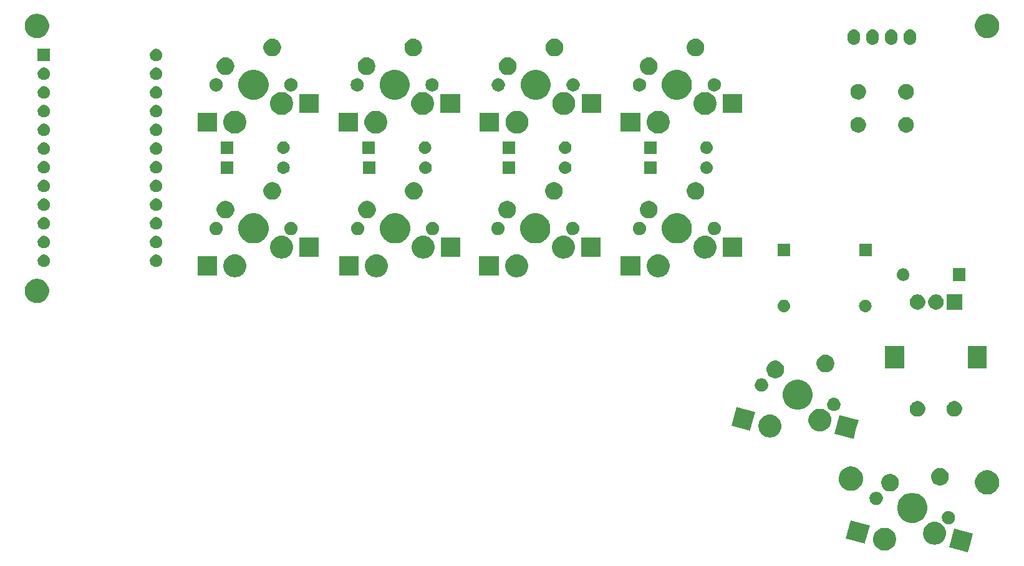
<source format=gbr>
G04 #@! TF.GenerationSoftware,KiCad,Pcbnew,(5.1.4)-1*
G04 #@! TF.CreationDate,2021-07-29T18:33:23-04:00*
G04 #@! TF.ProjectId,chayzer,63686179-7a65-4722-9e6b-696361645f70,rev?*
G04 #@! TF.SameCoordinates,Original*
G04 #@! TF.FileFunction,Soldermask,Bot*
G04 #@! TF.FilePolarity,Negative*
%FSLAX46Y46*%
G04 Gerber Fmt 4.6, Leading zero omitted, Abs format (unit mm)*
G04 Created by KiCad (PCBNEW (5.1.4)-1) date 2021-07-29 18:33:23*
%MOMM*%
%LPD*%
G04 APERTURE LIST*
%ADD10C,0.100000*%
G04 APERTURE END LIST*
D10*
G36*
X212606290Y-137965399D02*
G01*
X212253299Y-139282781D01*
X211932843Y-140478737D01*
X211932843Y-140478738D01*
X209371208Y-139792349D01*
X210044655Y-137279010D01*
X212606290Y-137965399D01*
X212606290Y-137965399D01*
G37*
G36*
X200878083Y-137197055D02*
G01*
X201027908Y-137226857D01*
X201310172Y-137343774D01*
X201564203Y-137513512D01*
X201780239Y-137729548D01*
X201949977Y-137983579D01*
X202066894Y-138265843D01*
X202066894Y-138265844D01*
X202126498Y-138565492D01*
X202126498Y-138871014D01*
X202096696Y-139020838D01*
X202066894Y-139170663D01*
X201949977Y-139452927D01*
X201780239Y-139706958D01*
X201564203Y-139922994D01*
X201310172Y-140092732D01*
X201027908Y-140209649D01*
X200878083Y-140239451D01*
X200728259Y-140269253D01*
X200422737Y-140269253D01*
X200272913Y-140239451D01*
X200123088Y-140209649D01*
X199840824Y-140092732D01*
X199586793Y-139922994D01*
X199370757Y-139706958D01*
X199201019Y-139452927D01*
X199084102Y-139170663D01*
X199054300Y-139020838D01*
X199024498Y-138871014D01*
X199024498Y-138565492D01*
X199084102Y-138265844D01*
X199084102Y-138265843D01*
X199201019Y-137983579D01*
X199370757Y-137729548D01*
X199586793Y-137513512D01*
X199840824Y-137343774D01*
X200123088Y-137226857D01*
X200272913Y-137197055D01*
X200422737Y-137167253D01*
X200728259Y-137167253D01*
X200878083Y-137197055D01*
X200878083Y-137197055D01*
G37*
G36*
X207669112Y-136387104D02*
G01*
X207818937Y-136416906D01*
X208101201Y-136533823D01*
X208355232Y-136703561D01*
X208571268Y-136919597D01*
X208741006Y-137173628D01*
X208857923Y-137455892D01*
X208887725Y-137605717D01*
X208912357Y-137729548D01*
X208917527Y-137755542D01*
X208917527Y-138061062D01*
X208857923Y-138360712D01*
X208741006Y-138642976D01*
X208571268Y-138897007D01*
X208355232Y-139113043D01*
X208101201Y-139282781D01*
X207818937Y-139399698D01*
X207669112Y-139429500D01*
X207519288Y-139459302D01*
X207213766Y-139459302D01*
X207063942Y-139429500D01*
X206914117Y-139399698D01*
X206631853Y-139282781D01*
X206377822Y-139113043D01*
X206161786Y-138897007D01*
X205992048Y-138642976D01*
X205875131Y-138360712D01*
X205815527Y-138061062D01*
X205815527Y-137755542D01*
X205820698Y-137729548D01*
X205845329Y-137605717D01*
X205875131Y-137455892D01*
X205992048Y-137173628D01*
X206161786Y-136919597D01*
X206377822Y-136703561D01*
X206631853Y-136533823D01*
X206914117Y-136416906D01*
X207063942Y-136387104D01*
X207213766Y-136357302D01*
X207519288Y-136357302D01*
X207669112Y-136387104D01*
X207669112Y-136387104D01*
G37*
G36*
X198570817Y-136834206D02*
G01*
X197944766Y-139170662D01*
X197897370Y-139347544D01*
X197897370Y-139347545D01*
X195335735Y-138661156D01*
X196009182Y-136147817D01*
X198570817Y-136834206D01*
X198570817Y-136834206D01*
G37*
G36*
X209426605Y-134898980D02*
G01*
X209513728Y-134916310D01*
X209623151Y-134961635D01*
X209677864Y-134984298D01*
X209798979Y-135065224D01*
X209825581Y-135082999D01*
X209951205Y-135208623D01*
X209951207Y-135208626D01*
X210049906Y-135356340D01*
X210049906Y-135356341D01*
X210117894Y-135520476D01*
X210152553Y-135694722D01*
X210152553Y-135872380D01*
X210117894Y-136046626D01*
X210113544Y-136057127D01*
X210049906Y-136210762D01*
X210003030Y-136280917D01*
X209951205Y-136358479D01*
X209825581Y-136484103D01*
X209825578Y-136484105D01*
X209677864Y-136582804D01*
X209623151Y-136605467D01*
X209513728Y-136650792D01*
X209426605Y-136668121D01*
X209339484Y-136685451D01*
X209161822Y-136685451D01*
X209074701Y-136668121D01*
X208987578Y-136650792D01*
X208878155Y-136605467D01*
X208823442Y-136582804D01*
X208675728Y-136484105D01*
X208675725Y-136484103D01*
X208550101Y-136358479D01*
X208498276Y-136280917D01*
X208451400Y-136210762D01*
X208387762Y-136057127D01*
X208383412Y-136046626D01*
X208348753Y-135872380D01*
X208348753Y-135694722D01*
X208383412Y-135520476D01*
X208451400Y-135356341D01*
X208451400Y-135356340D01*
X208550099Y-135208626D01*
X208550101Y-135208623D01*
X208675725Y-135082999D01*
X208702327Y-135065224D01*
X208823442Y-134984298D01*
X208878155Y-134961635D01*
X208987578Y-134916310D01*
X209074701Y-134898980D01*
X209161822Y-134881651D01*
X209339484Y-134881651D01*
X209426605Y-134898980D01*
X209426605Y-134898980D01*
G37*
G36*
X204940224Y-132502434D02*
G01*
X205125121Y-132579021D01*
X205312373Y-132656583D01*
X205647298Y-132880373D01*
X205932127Y-133165202D01*
X206155917Y-133500127D01*
X206155917Y-133500128D01*
X206310066Y-133872276D01*
X206388650Y-134267344D01*
X206388650Y-134670156D01*
X206310066Y-135065224D01*
X206302704Y-135082997D01*
X206155917Y-135437373D01*
X205932127Y-135772298D01*
X205647298Y-136057127D01*
X205312373Y-136280917D01*
X205158224Y-136344767D01*
X204940224Y-136435066D01*
X204545156Y-136513650D01*
X204142344Y-136513650D01*
X203747276Y-136435066D01*
X203529276Y-136344767D01*
X203375127Y-136280917D01*
X203040202Y-136057127D01*
X202755373Y-135772298D01*
X202531583Y-135437373D01*
X202384796Y-135082997D01*
X202377434Y-135065224D01*
X202298850Y-134670156D01*
X202298850Y-134267344D01*
X202377434Y-133872276D01*
X202531583Y-133500128D01*
X202531583Y-133500127D01*
X202755373Y-133165202D01*
X203040202Y-132880373D01*
X203375127Y-132656583D01*
X203562379Y-132579021D01*
X203747276Y-132502434D01*
X204142344Y-132423850D01*
X204545156Y-132423850D01*
X204940224Y-132502434D01*
X204940224Y-132502434D01*
G37*
G36*
X199612799Y-132269378D02*
G01*
X199699922Y-132286708D01*
X199809345Y-132332033D01*
X199864058Y-132354696D01*
X200010780Y-132452732D01*
X200011775Y-132453397D01*
X200137399Y-132579021D01*
X200137401Y-132579024D01*
X200236100Y-132726738D01*
X200236100Y-132726739D01*
X200304088Y-132890874D01*
X200338747Y-133065120D01*
X200338747Y-133242778D01*
X200304088Y-133417024D01*
X200258763Y-133526447D01*
X200236100Y-133581160D01*
X200138064Y-133727882D01*
X200137399Y-133728877D01*
X200011775Y-133854501D01*
X200011772Y-133854503D01*
X199864058Y-133953202D01*
X199809345Y-133975865D01*
X199699922Y-134021190D01*
X199612799Y-134038520D01*
X199525678Y-134055849D01*
X199348016Y-134055849D01*
X199260895Y-134038520D01*
X199173772Y-134021190D01*
X199064349Y-133975865D01*
X199009636Y-133953202D01*
X198861922Y-133854503D01*
X198861919Y-133854501D01*
X198736295Y-133728877D01*
X198735630Y-133727882D01*
X198637594Y-133581160D01*
X198614931Y-133526447D01*
X198569606Y-133417024D01*
X198534947Y-133242778D01*
X198534947Y-133065120D01*
X198569606Y-132890874D01*
X198637594Y-132726739D01*
X198637594Y-132726738D01*
X198736293Y-132579024D01*
X198736295Y-132579021D01*
X198861919Y-132453397D01*
X198862914Y-132452732D01*
X199009636Y-132354696D01*
X199064349Y-132332033D01*
X199173772Y-132286708D01*
X199260895Y-132269378D01*
X199348016Y-132252049D01*
X199525678Y-132252049D01*
X199612799Y-132269378D01*
X199612799Y-132269378D01*
G37*
G36*
X214875256Y-129391298D02*
G01*
X214981579Y-129412447D01*
X215282042Y-129536903D01*
X215552451Y-129717585D01*
X215782415Y-129947549D01*
X215963097Y-130217958D01*
X216064857Y-130463627D01*
X216087553Y-130518422D01*
X216151000Y-130837389D01*
X216151000Y-131162611D01*
X216110272Y-131367362D01*
X216087553Y-131481579D01*
X215963097Y-131782042D01*
X215782415Y-132052451D01*
X215552451Y-132282415D01*
X215282042Y-132463097D01*
X214981579Y-132587553D01*
X214875256Y-132608702D01*
X214662611Y-132651000D01*
X214337389Y-132651000D01*
X214124744Y-132608702D01*
X214018421Y-132587553D01*
X213717958Y-132463097D01*
X213447549Y-132282415D01*
X213217585Y-132052451D01*
X213036903Y-131782042D01*
X212912447Y-131481579D01*
X212889728Y-131367362D01*
X212849000Y-131162611D01*
X212849000Y-130837389D01*
X212912447Y-130518422D01*
X212935144Y-130463627D01*
X213036903Y-130217958D01*
X213217585Y-129947549D01*
X213447549Y-129717585D01*
X213717958Y-129536903D01*
X214018421Y-129412447D01*
X214124744Y-129391298D01*
X214337389Y-129349000D01*
X214662611Y-129349000D01*
X214875256Y-129391298D01*
X214875256Y-129391298D01*
G37*
G36*
X201669249Y-129881082D02*
G01*
X201886542Y-129971088D01*
X201886544Y-129971089D01*
X201957381Y-130018421D01*
X202082103Y-130101758D01*
X202248413Y-130268068D01*
X202379083Y-130463629D01*
X202469089Y-130680922D01*
X202514973Y-130911598D01*
X202514973Y-131146798D01*
X202469089Y-131377474D01*
X202396611Y-131552451D01*
X202379082Y-131594769D01*
X202248413Y-131790328D01*
X202082103Y-131956638D01*
X201886544Y-132087307D01*
X201886543Y-132087308D01*
X201886542Y-132087308D01*
X201669249Y-132177314D01*
X201438573Y-132223198D01*
X201203373Y-132223198D01*
X200972697Y-132177314D01*
X200755404Y-132087308D01*
X200755403Y-132087308D01*
X200755402Y-132087307D01*
X200559843Y-131956638D01*
X200393533Y-131790328D01*
X200262864Y-131594769D01*
X200245335Y-131552451D01*
X200172857Y-131377474D01*
X200126973Y-131146798D01*
X200126973Y-130911598D01*
X200172857Y-130680922D01*
X200262863Y-130463629D01*
X200393533Y-130268068D01*
X200559843Y-130101758D01*
X200684565Y-130018421D01*
X200755402Y-129971089D01*
X200755404Y-129971088D01*
X200972697Y-129881082D01*
X201203373Y-129835198D01*
X201438573Y-129835198D01*
X201669249Y-129881082D01*
X201669249Y-129881082D01*
G37*
G36*
X196375256Y-128891298D02*
G01*
X196481579Y-128912447D01*
X196782042Y-129036903D01*
X197052451Y-129217585D01*
X197282415Y-129447549D01*
X197463097Y-129717958D01*
X197558198Y-129947551D01*
X197587553Y-130018422D01*
X197651000Y-130337389D01*
X197651000Y-130662611D01*
X197626692Y-130784816D01*
X197587553Y-130981579D01*
X197463097Y-131282042D01*
X197282415Y-131552451D01*
X197052451Y-131782415D01*
X196782042Y-131963097D01*
X196481579Y-132087553D01*
X196375256Y-132108702D01*
X196162611Y-132151000D01*
X195837389Y-132151000D01*
X195624744Y-132108702D01*
X195518421Y-132087553D01*
X195217958Y-131963097D01*
X194947549Y-131782415D01*
X194717585Y-131552451D01*
X194536903Y-131282042D01*
X194412447Y-130981579D01*
X194373308Y-130784816D01*
X194349000Y-130662611D01*
X194349000Y-130337389D01*
X194412447Y-130018422D01*
X194441803Y-129947551D01*
X194536903Y-129717958D01*
X194717585Y-129447549D01*
X194947549Y-129217585D01*
X195217958Y-129036903D01*
X195518421Y-128912447D01*
X195624744Y-128891298D01*
X195837389Y-128849000D01*
X196162611Y-128849000D01*
X196375256Y-128891298D01*
X196375256Y-128891298D01*
G37*
G36*
X208460278Y-129071131D02*
G01*
X208677571Y-129161137D01*
X208677573Y-129161138D01*
X208762050Y-129217584D01*
X208873132Y-129291807D01*
X209039442Y-129458117D01*
X209170112Y-129653678D01*
X209260118Y-129870971D01*
X209306002Y-130101647D01*
X209306002Y-130336847D01*
X209260118Y-130567523D01*
X209213146Y-130680922D01*
X209170111Y-130784818D01*
X209039442Y-130980377D01*
X208873132Y-131146687D01*
X208677573Y-131277356D01*
X208677572Y-131277357D01*
X208677571Y-131277357D01*
X208460278Y-131367363D01*
X208229602Y-131413247D01*
X207994402Y-131413247D01*
X207763726Y-131367363D01*
X207546433Y-131277357D01*
X207546432Y-131277357D01*
X207546431Y-131277356D01*
X207350872Y-131146687D01*
X207184562Y-130980377D01*
X207053893Y-130784818D01*
X207010858Y-130680922D01*
X206963886Y-130567523D01*
X206918002Y-130336847D01*
X206918002Y-130101647D01*
X206963886Y-129870971D01*
X207053892Y-129653678D01*
X207184562Y-129458117D01*
X207350872Y-129291807D01*
X207461954Y-129217584D01*
X207546431Y-129161138D01*
X207546433Y-129161137D01*
X207763726Y-129071131D01*
X207994402Y-129025247D01*
X208229602Y-129025247D01*
X208460278Y-129071131D01*
X208460278Y-129071131D01*
G37*
G36*
X197043790Y-122590399D02*
G01*
X196690799Y-123907781D01*
X196370343Y-125103737D01*
X196370343Y-125103738D01*
X193808708Y-124417349D01*
X194482155Y-121904010D01*
X197043790Y-122590399D01*
X197043790Y-122590399D01*
G37*
G36*
X185315583Y-121822055D02*
G01*
X185465408Y-121851857D01*
X185747672Y-121968774D01*
X186001703Y-122138512D01*
X186217739Y-122354548D01*
X186387477Y-122608579D01*
X186504394Y-122890843D01*
X186504394Y-122890844D01*
X186563998Y-123190492D01*
X186563998Y-123496014D01*
X186534196Y-123645838D01*
X186504394Y-123795663D01*
X186387477Y-124077927D01*
X186217739Y-124331958D01*
X186001703Y-124547994D01*
X185747672Y-124717732D01*
X185465408Y-124834649D01*
X185315583Y-124864451D01*
X185165759Y-124894253D01*
X184860237Y-124894253D01*
X184710413Y-124864451D01*
X184560588Y-124834649D01*
X184278324Y-124717732D01*
X184024293Y-124547994D01*
X183808257Y-124331958D01*
X183638519Y-124077927D01*
X183521602Y-123795663D01*
X183491800Y-123645838D01*
X183461998Y-123496014D01*
X183461998Y-123190492D01*
X183521602Y-122890844D01*
X183521602Y-122890843D01*
X183638519Y-122608579D01*
X183808257Y-122354548D01*
X184024293Y-122138512D01*
X184278324Y-121968774D01*
X184560588Y-121851857D01*
X184710413Y-121822055D01*
X184860237Y-121792253D01*
X185165759Y-121792253D01*
X185315583Y-121822055D01*
X185315583Y-121822055D01*
G37*
G36*
X192106612Y-121012104D02*
G01*
X192256437Y-121041906D01*
X192538701Y-121158823D01*
X192792732Y-121328561D01*
X193008768Y-121544597D01*
X193178506Y-121798628D01*
X193295423Y-122080892D01*
X193325225Y-122230717D01*
X193349857Y-122354548D01*
X193355027Y-122380542D01*
X193355027Y-122686062D01*
X193295423Y-122985712D01*
X193178506Y-123267976D01*
X193008768Y-123522007D01*
X192792732Y-123738043D01*
X192538701Y-123907781D01*
X192256437Y-124024698D01*
X192106612Y-124054500D01*
X191956788Y-124084302D01*
X191651266Y-124084302D01*
X191501442Y-124054500D01*
X191351617Y-124024698D01*
X191069353Y-123907781D01*
X190815322Y-123738043D01*
X190599286Y-123522007D01*
X190429548Y-123267976D01*
X190312631Y-122985712D01*
X190253027Y-122686062D01*
X190253027Y-122380542D01*
X190258198Y-122354548D01*
X190282829Y-122230717D01*
X190312631Y-122080892D01*
X190429548Y-121798628D01*
X190599286Y-121544597D01*
X190815322Y-121328561D01*
X191069353Y-121158823D01*
X191351617Y-121041906D01*
X191501442Y-121012104D01*
X191651266Y-120982302D01*
X191956788Y-120982302D01*
X192106612Y-121012104D01*
X192106612Y-121012104D01*
G37*
G36*
X183008317Y-121459206D02*
G01*
X182382266Y-123795662D01*
X182334870Y-123972544D01*
X182334870Y-123972545D01*
X179773235Y-123286156D01*
X180446682Y-120772817D01*
X183008317Y-121459206D01*
X183008317Y-121459206D01*
G37*
G36*
X205362814Y-119989389D02*
G01*
X205539011Y-120062372D01*
X205554085Y-120068616D01*
X205726223Y-120183635D01*
X205872615Y-120330027D01*
X205984437Y-120497380D01*
X205987635Y-120502167D01*
X206066861Y-120693436D01*
X206107250Y-120896484D01*
X206107250Y-121103516D01*
X206066861Y-121306564D01*
X206057749Y-121328562D01*
X205987634Y-121497835D01*
X205872615Y-121669973D01*
X205726223Y-121816365D01*
X205554085Y-121931384D01*
X205554084Y-121931385D01*
X205554083Y-121931385D01*
X205362814Y-122010611D01*
X205159766Y-122051000D01*
X204952734Y-122051000D01*
X204749686Y-122010611D01*
X204558417Y-121931385D01*
X204558416Y-121931385D01*
X204558415Y-121931384D01*
X204386277Y-121816365D01*
X204239885Y-121669973D01*
X204124866Y-121497835D01*
X204054751Y-121328562D01*
X204045639Y-121306564D01*
X204005250Y-121103516D01*
X204005250Y-120896484D01*
X204045639Y-120693436D01*
X204124865Y-120502167D01*
X204128064Y-120497380D01*
X204239885Y-120330027D01*
X204386277Y-120183635D01*
X204558415Y-120068616D01*
X204573489Y-120062372D01*
X204749686Y-119989389D01*
X204952734Y-119949000D01*
X205159766Y-119949000D01*
X205362814Y-119989389D01*
X205362814Y-119989389D01*
G37*
G36*
X210362814Y-119989389D02*
G01*
X210539011Y-120062372D01*
X210554085Y-120068616D01*
X210726223Y-120183635D01*
X210872615Y-120330027D01*
X210984437Y-120497380D01*
X210987635Y-120502167D01*
X211066861Y-120693436D01*
X211107250Y-120896484D01*
X211107250Y-121103516D01*
X211066861Y-121306564D01*
X211057749Y-121328562D01*
X210987634Y-121497835D01*
X210872615Y-121669973D01*
X210726223Y-121816365D01*
X210554085Y-121931384D01*
X210554084Y-121931385D01*
X210554083Y-121931385D01*
X210362814Y-122010611D01*
X210159766Y-122051000D01*
X209952734Y-122051000D01*
X209749686Y-122010611D01*
X209558417Y-121931385D01*
X209558416Y-121931385D01*
X209558415Y-121931384D01*
X209386277Y-121816365D01*
X209239885Y-121669973D01*
X209124866Y-121497835D01*
X209054751Y-121328562D01*
X209045639Y-121306564D01*
X209005250Y-121103516D01*
X209005250Y-120896484D01*
X209045639Y-120693436D01*
X209124865Y-120502167D01*
X209128064Y-120497380D01*
X209239885Y-120330027D01*
X209386277Y-120183635D01*
X209558415Y-120068616D01*
X209573489Y-120062372D01*
X209749686Y-119989389D01*
X209952734Y-119949000D01*
X210159766Y-119949000D01*
X210362814Y-119989389D01*
X210362814Y-119989389D01*
G37*
G36*
X193864105Y-119523980D02*
G01*
X193951228Y-119541310D01*
X194060651Y-119586635D01*
X194115364Y-119609298D01*
X194236479Y-119690224D01*
X194263081Y-119707999D01*
X194388705Y-119833623D01*
X194388707Y-119833626D01*
X194487406Y-119981340D01*
X194487406Y-119981341D01*
X194555394Y-120145476D01*
X194555394Y-120145478D01*
X194590053Y-120319720D01*
X194590053Y-120497382D01*
X194589101Y-120502167D01*
X194555394Y-120671626D01*
X194513479Y-120772817D01*
X194487406Y-120835762D01*
X194440530Y-120905917D01*
X194388705Y-120983479D01*
X194263081Y-121109103D01*
X194263078Y-121109105D01*
X194115364Y-121207804D01*
X194060651Y-121230467D01*
X193951228Y-121275792D01*
X193864105Y-121293121D01*
X193776984Y-121310451D01*
X193599322Y-121310451D01*
X193512201Y-121293121D01*
X193425078Y-121275792D01*
X193315655Y-121230467D01*
X193260942Y-121207804D01*
X193113228Y-121109105D01*
X193113225Y-121109103D01*
X192987601Y-120983479D01*
X192935776Y-120905917D01*
X192888900Y-120835762D01*
X192862827Y-120772817D01*
X192820912Y-120671626D01*
X192787205Y-120502167D01*
X192786253Y-120497382D01*
X192786253Y-120319720D01*
X192820912Y-120145478D01*
X192820912Y-120145476D01*
X192888900Y-119981341D01*
X192888900Y-119981340D01*
X192987599Y-119833626D01*
X192987601Y-119833623D01*
X193113225Y-119707999D01*
X193139827Y-119690224D01*
X193260942Y-119609298D01*
X193315655Y-119586635D01*
X193425078Y-119541310D01*
X193512201Y-119523980D01*
X193599322Y-119506651D01*
X193776984Y-119506651D01*
X193864105Y-119523980D01*
X193864105Y-119523980D01*
G37*
G36*
X189377724Y-117127434D02*
G01*
X189562621Y-117204021D01*
X189749873Y-117281583D01*
X190084798Y-117505373D01*
X190369627Y-117790202D01*
X190593417Y-118125127D01*
X190593417Y-118125128D01*
X190747566Y-118497276D01*
X190826150Y-118892344D01*
X190826150Y-119295156D01*
X190747566Y-119690224D01*
X190740204Y-119707997D01*
X190593417Y-120062373D01*
X190369627Y-120397298D01*
X190084798Y-120682127D01*
X189749873Y-120905917D01*
X189595724Y-120969767D01*
X189377724Y-121060066D01*
X188982656Y-121138650D01*
X188579844Y-121138650D01*
X188184776Y-121060066D01*
X187966776Y-120969767D01*
X187812627Y-120905917D01*
X187477702Y-120682127D01*
X187192873Y-120397298D01*
X186969083Y-120062373D01*
X186822296Y-119707997D01*
X186814934Y-119690224D01*
X186736350Y-119295156D01*
X186736350Y-118892344D01*
X186814934Y-118497276D01*
X186969083Y-118125128D01*
X186969083Y-118125127D01*
X187192873Y-117790202D01*
X187477702Y-117505373D01*
X187812627Y-117281583D01*
X187999879Y-117204021D01*
X188184776Y-117127434D01*
X188579844Y-117048850D01*
X188982656Y-117048850D01*
X189377724Y-117127434D01*
X189377724Y-117127434D01*
G37*
G36*
X184050299Y-116894378D02*
G01*
X184137422Y-116911708D01*
X184246845Y-116957033D01*
X184301558Y-116979696D01*
X184448280Y-117077732D01*
X184449275Y-117078397D01*
X184574899Y-117204021D01*
X184574901Y-117204024D01*
X184673600Y-117351738D01*
X184673600Y-117351739D01*
X184741588Y-117515874D01*
X184776247Y-117690120D01*
X184776247Y-117867778D01*
X184741588Y-118042024D01*
X184696263Y-118151447D01*
X184673600Y-118206160D01*
X184575564Y-118352882D01*
X184574899Y-118353877D01*
X184449275Y-118479501D01*
X184449272Y-118479503D01*
X184301558Y-118578202D01*
X184246845Y-118600865D01*
X184137422Y-118646190D01*
X184050299Y-118663520D01*
X183963178Y-118680849D01*
X183785516Y-118680849D01*
X183698395Y-118663520D01*
X183611272Y-118646190D01*
X183501849Y-118600865D01*
X183447136Y-118578202D01*
X183299422Y-118479503D01*
X183299419Y-118479501D01*
X183173795Y-118353877D01*
X183173130Y-118352882D01*
X183075094Y-118206160D01*
X183052431Y-118151447D01*
X183007106Y-118042024D01*
X182972447Y-117867778D01*
X182972447Y-117690120D01*
X183007106Y-117515874D01*
X183075094Y-117351739D01*
X183075094Y-117351738D01*
X183173793Y-117204024D01*
X183173795Y-117204021D01*
X183299419Y-117078397D01*
X183300414Y-117077732D01*
X183447136Y-116979696D01*
X183501849Y-116957033D01*
X183611272Y-116911708D01*
X183698395Y-116894378D01*
X183785516Y-116877049D01*
X183963178Y-116877049D01*
X184050299Y-116894378D01*
X184050299Y-116894378D01*
G37*
G36*
X186106749Y-114506082D02*
G01*
X186324042Y-114596088D01*
X186324044Y-114596089D01*
X186519437Y-114726647D01*
X186519603Y-114726758D01*
X186685913Y-114893068D01*
X186816583Y-115088629D01*
X186906589Y-115305922D01*
X186952473Y-115536598D01*
X186952473Y-115771798D01*
X186906589Y-116002474D01*
X186891771Y-116038247D01*
X186816582Y-116219769D01*
X186685913Y-116415328D01*
X186519603Y-116581638D01*
X186324044Y-116712307D01*
X186324043Y-116712308D01*
X186324042Y-116712308D01*
X186106749Y-116802314D01*
X185876073Y-116848198D01*
X185640873Y-116848198D01*
X185410197Y-116802314D01*
X185192904Y-116712308D01*
X185192903Y-116712308D01*
X185192902Y-116712307D01*
X184997343Y-116581638D01*
X184831033Y-116415328D01*
X184700364Y-116219769D01*
X184625175Y-116038247D01*
X184610357Y-116002474D01*
X184564473Y-115771798D01*
X184564473Y-115536598D01*
X184610357Y-115305922D01*
X184700363Y-115088629D01*
X184831033Y-114893068D01*
X184997343Y-114726758D01*
X184997509Y-114726647D01*
X185192902Y-114596089D01*
X185192904Y-114596088D01*
X185410197Y-114506082D01*
X185640873Y-114460198D01*
X185876073Y-114460198D01*
X186106749Y-114506082D01*
X186106749Y-114506082D01*
G37*
G36*
X192897778Y-113696131D02*
G01*
X193115071Y-113786137D01*
X193115073Y-113786138D01*
X193310632Y-113916807D01*
X193476942Y-114083117D01*
X193607612Y-114278678D01*
X193697618Y-114495971D01*
X193743502Y-114726647D01*
X193743502Y-114961847D01*
X193697618Y-115192523D01*
X193650646Y-115305922D01*
X193607611Y-115409818D01*
X193476942Y-115605377D01*
X193310632Y-115771687D01*
X193115073Y-115902356D01*
X193115072Y-115902357D01*
X193115071Y-115902357D01*
X192897778Y-115992363D01*
X192667102Y-116038247D01*
X192431902Y-116038247D01*
X192201226Y-115992363D01*
X191983933Y-115902357D01*
X191983932Y-115902357D01*
X191983931Y-115902356D01*
X191788372Y-115771687D01*
X191622062Y-115605377D01*
X191491393Y-115409818D01*
X191448358Y-115305922D01*
X191401386Y-115192523D01*
X191355502Y-114961847D01*
X191355502Y-114726647D01*
X191401386Y-114495971D01*
X191491392Y-114278678D01*
X191622062Y-114083117D01*
X191788372Y-113916807D01*
X191983931Y-113786138D01*
X191983933Y-113786137D01*
X192201226Y-113696131D01*
X192431902Y-113650247D01*
X192667102Y-113650247D01*
X192897778Y-113696131D01*
X192897778Y-113696131D01*
G37*
G36*
X214457250Y-115551000D02*
G01*
X211855250Y-115551000D01*
X211855250Y-112449000D01*
X214457250Y-112449000D01*
X214457250Y-115551000D01*
X214457250Y-115551000D01*
G37*
G36*
X203257250Y-115551000D02*
G01*
X200655250Y-115551000D01*
X200655250Y-112449000D01*
X203257250Y-112449000D01*
X203257250Y-115551000D01*
X203257250Y-115551000D01*
G37*
G36*
X187073073Y-106187563D02*
G01*
X187233492Y-106236226D01*
X187319905Y-106282415D01*
X187381328Y-106315246D01*
X187510909Y-106421591D01*
X187617254Y-106551172D01*
X187617255Y-106551174D01*
X187696274Y-106699008D01*
X187744937Y-106859427D01*
X187761367Y-107026250D01*
X187744937Y-107193073D01*
X187696274Y-107353492D01*
X187654640Y-107431384D01*
X187617254Y-107501328D01*
X187510909Y-107630909D01*
X187381328Y-107737254D01*
X187381326Y-107737255D01*
X187233492Y-107816274D01*
X187073073Y-107864937D01*
X186948054Y-107877250D01*
X186864446Y-107877250D01*
X186739427Y-107864937D01*
X186579008Y-107816274D01*
X186431174Y-107737255D01*
X186431172Y-107737254D01*
X186301591Y-107630909D01*
X186195246Y-107501328D01*
X186157860Y-107431384D01*
X186116226Y-107353492D01*
X186067563Y-107193073D01*
X186051133Y-107026250D01*
X186067563Y-106859427D01*
X186116226Y-106699008D01*
X186195245Y-106551174D01*
X186195246Y-106551172D01*
X186301591Y-106421591D01*
X186431172Y-106315246D01*
X186492595Y-106282415D01*
X186579008Y-106236226D01*
X186739427Y-106187563D01*
X186864446Y-106175250D01*
X186948054Y-106175250D01*
X187073073Y-106187563D01*
X187073073Y-106187563D01*
G37*
G36*
X198135573Y-106187563D02*
G01*
X198295992Y-106236226D01*
X198382405Y-106282415D01*
X198443828Y-106315246D01*
X198573409Y-106421591D01*
X198679754Y-106551172D01*
X198679755Y-106551174D01*
X198758774Y-106699008D01*
X198807437Y-106859427D01*
X198823867Y-107026250D01*
X198807437Y-107193073D01*
X198758774Y-107353492D01*
X198717140Y-107431384D01*
X198679754Y-107501328D01*
X198573409Y-107630909D01*
X198443828Y-107737254D01*
X198443826Y-107737255D01*
X198295992Y-107816274D01*
X198135573Y-107864937D01*
X198010554Y-107877250D01*
X197926946Y-107877250D01*
X197801927Y-107864937D01*
X197641508Y-107816274D01*
X197493674Y-107737255D01*
X197493672Y-107737254D01*
X197364091Y-107630909D01*
X197257746Y-107501328D01*
X197220360Y-107431384D01*
X197178726Y-107353492D01*
X197130063Y-107193073D01*
X197113633Y-107026250D01*
X197130063Y-106859427D01*
X197178726Y-106699008D01*
X197257745Y-106551174D01*
X197257746Y-106551172D01*
X197364091Y-106421591D01*
X197493672Y-106315246D01*
X197555095Y-106282415D01*
X197641508Y-106236226D01*
X197801927Y-106187563D01*
X197926946Y-106175250D01*
X198010554Y-106175250D01*
X198135573Y-106187563D01*
X198135573Y-106187563D01*
G37*
G36*
X211107250Y-107551000D02*
G01*
X209005250Y-107551000D01*
X209005250Y-105449000D01*
X211107250Y-105449000D01*
X211107250Y-107551000D01*
X211107250Y-107551000D01*
G37*
G36*
X207862814Y-105489389D02*
G01*
X208054083Y-105568615D01*
X208054085Y-105568616D01*
X208226223Y-105683635D01*
X208372615Y-105830027D01*
X208487635Y-106002167D01*
X208566861Y-106193436D01*
X208607250Y-106396484D01*
X208607250Y-106603516D01*
X208566861Y-106806564D01*
X208544965Y-106859425D01*
X208487634Y-106997835D01*
X208372615Y-107169973D01*
X208226223Y-107316365D01*
X208054085Y-107431384D01*
X208054084Y-107431385D01*
X208054083Y-107431385D01*
X207862814Y-107510611D01*
X207659766Y-107551000D01*
X207452734Y-107551000D01*
X207249686Y-107510611D01*
X207058417Y-107431385D01*
X207058416Y-107431385D01*
X207058415Y-107431384D01*
X206886277Y-107316365D01*
X206739885Y-107169973D01*
X206624866Y-106997835D01*
X206567535Y-106859425D01*
X206545639Y-106806564D01*
X206505250Y-106603516D01*
X206505250Y-106396484D01*
X206545639Y-106193436D01*
X206624865Y-106002167D01*
X206739885Y-105830027D01*
X206886277Y-105683635D01*
X207058415Y-105568616D01*
X207058417Y-105568615D01*
X207249686Y-105489389D01*
X207452734Y-105449000D01*
X207659766Y-105449000D01*
X207862814Y-105489389D01*
X207862814Y-105489389D01*
G37*
G36*
X205362814Y-105489389D02*
G01*
X205554083Y-105568615D01*
X205554085Y-105568616D01*
X205726223Y-105683635D01*
X205872615Y-105830027D01*
X205987635Y-106002167D01*
X206066861Y-106193436D01*
X206107250Y-106396484D01*
X206107250Y-106603516D01*
X206066861Y-106806564D01*
X206044965Y-106859425D01*
X205987634Y-106997835D01*
X205872615Y-107169973D01*
X205726223Y-107316365D01*
X205554085Y-107431384D01*
X205554084Y-107431385D01*
X205554083Y-107431385D01*
X205362814Y-107510611D01*
X205159766Y-107551000D01*
X204952734Y-107551000D01*
X204749686Y-107510611D01*
X204558417Y-107431385D01*
X204558416Y-107431385D01*
X204558415Y-107431384D01*
X204386277Y-107316365D01*
X204239885Y-107169973D01*
X204124866Y-106997835D01*
X204067535Y-106859425D01*
X204045639Y-106806564D01*
X204005250Y-106603516D01*
X204005250Y-106396484D01*
X204045639Y-106193436D01*
X204124865Y-106002167D01*
X204239885Y-105830027D01*
X204386277Y-105683635D01*
X204558415Y-105568616D01*
X204558417Y-105568615D01*
X204749686Y-105489389D01*
X204952734Y-105449000D01*
X205159766Y-105449000D01*
X205362814Y-105489389D01*
X205362814Y-105489389D01*
G37*
G36*
X85875256Y-103391298D02*
G01*
X85981579Y-103412447D01*
X86282042Y-103536903D01*
X86552451Y-103717585D01*
X86782415Y-103947549D01*
X86963097Y-104217958D01*
X87087553Y-104518421D01*
X87151000Y-104837391D01*
X87151000Y-105162609D01*
X87087553Y-105481579D01*
X86963097Y-105782042D01*
X86782415Y-106052451D01*
X86552451Y-106282415D01*
X86282042Y-106463097D01*
X85981579Y-106587553D01*
X85901327Y-106603516D01*
X85662611Y-106651000D01*
X85337389Y-106651000D01*
X85098673Y-106603516D01*
X85018421Y-106587553D01*
X84717958Y-106463097D01*
X84447549Y-106282415D01*
X84217585Y-106052451D01*
X84036903Y-105782042D01*
X83912447Y-105481579D01*
X83849000Y-105162609D01*
X83849000Y-104837391D01*
X83912447Y-104518421D01*
X84036903Y-104217958D01*
X84217585Y-103947549D01*
X84447549Y-103717585D01*
X84717958Y-103536903D01*
X85018421Y-103412447D01*
X85124744Y-103391298D01*
X85337389Y-103349000D01*
X85662611Y-103349000D01*
X85875256Y-103391298D01*
X85875256Y-103391298D01*
G37*
G36*
X203265573Y-101942563D02*
G01*
X203425992Y-101991226D01*
X203558656Y-102062136D01*
X203573828Y-102070246D01*
X203703409Y-102176591D01*
X203809754Y-102306172D01*
X203809755Y-102306174D01*
X203888774Y-102454008D01*
X203937437Y-102614427D01*
X203953867Y-102781250D01*
X203937437Y-102948073D01*
X203888774Y-103108492D01*
X203876743Y-103131000D01*
X203809754Y-103256328D01*
X203703409Y-103385909D01*
X203573828Y-103492254D01*
X203573826Y-103492255D01*
X203425992Y-103571274D01*
X203265573Y-103619937D01*
X203140554Y-103632250D01*
X203056946Y-103632250D01*
X202931927Y-103619937D01*
X202771508Y-103571274D01*
X202623674Y-103492255D01*
X202623672Y-103492254D01*
X202494091Y-103385909D01*
X202387746Y-103256328D01*
X202320757Y-103131000D01*
X202308726Y-103108492D01*
X202260063Y-102948073D01*
X202243633Y-102781250D01*
X202260063Y-102614427D01*
X202308726Y-102454008D01*
X202387745Y-102306174D01*
X202387746Y-102306172D01*
X202494091Y-102176591D01*
X202623672Y-102070246D01*
X202638844Y-102062136D01*
X202771508Y-101991226D01*
X202931927Y-101942563D01*
X203056946Y-101930250D01*
X203140554Y-101930250D01*
X203265573Y-101942563D01*
X203265573Y-101942563D01*
G37*
G36*
X211569750Y-103632250D02*
G01*
X209867750Y-103632250D01*
X209867750Y-101930250D01*
X211569750Y-101930250D01*
X211569750Y-103632250D01*
X211569750Y-103632250D01*
G37*
G36*
X150907262Y-100056500D02*
G01*
X151068660Y-100088604D01*
X151350924Y-100205521D01*
X151604955Y-100375259D01*
X151820991Y-100591295D01*
X151990729Y-100845326D01*
X152107646Y-101127590D01*
X152167250Y-101427240D01*
X152167250Y-101732760D01*
X152107646Y-102032410D01*
X151990729Y-102314674D01*
X151820991Y-102568705D01*
X151604955Y-102784741D01*
X151350924Y-102954479D01*
X151068660Y-103071396D01*
X150918835Y-103101198D01*
X150769011Y-103131000D01*
X150463489Y-103131000D01*
X150313665Y-103101198D01*
X150163840Y-103071396D01*
X149881576Y-102954479D01*
X149627545Y-102784741D01*
X149411509Y-102568705D01*
X149241771Y-102314674D01*
X149124854Y-102032410D01*
X149065250Y-101732760D01*
X149065250Y-101427240D01*
X149124854Y-101127590D01*
X149241771Y-100845326D01*
X149411509Y-100591295D01*
X149627545Y-100375259D01*
X149881576Y-100205521D01*
X150163840Y-100088604D01*
X150325238Y-100056500D01*
X150463489Y-100029000D01*
X150769011Y-100029000D01*
X150907262Y-100056500D01*
X150907262Y-100056500D01*
G37*
G36*
X112657262Y-100056500D02*
G01*
X112818660Y-100088604D01*
X113100924Y-100205521D01*
X113354955Y-100375259D01*
X113570991Y-100591295D01*
X113740729Y-100845326D01*
X113857646Y-101127590D01*
X113917250Y-101427240D01*
X113917250Y-101732760D01*
X113857646Y-102032410D01*
X113740729Y-102314674D01*
X113570991Y-102568705D01*
X113354955Y-102784741D01*
X113100924Y-102954479D01*
X112818660Y-103071396D01*
X112668835Y-103101198D01*
X112519011Y-103131000D01*
X112213489Y-103131000D01*
X112063665Y-103101198D01*
X111913840Y-103071396D01*
X111631576Y-102954479D01*
X111377545Y-102784741D01*
X111161509Y-102568705D01*
X110991771Y-102314674D01*
X110874854Y-102032410D01*
X110815250Y-101732760D01*
X110815250Y-101427240D01*
X110874854Y-101127590D01*
X110991771Y-100845326D01*
X111161509Y-100591295D01*
X111377545Y-100375259D01*
X111631576Y-100205521D01*
X111913840Y-100088604D01*
X112075238Y-100056500D01*
X112213489Y-100029000D01*
X112519011Y-100029000D01*
X112657262Y-100056500D01*
X112657262Y-100056500D01*
G37*
G36*
X131876012Y-100056500D02*
G01*
X132037410Y-100088604D01*
X132319674Y-100205521D01*
X132573705Y-100375259D01*
X132789741Y-100591295D01*
X132959479Y-100845326D01*
X133076396Y-101127590D01*
X133136000Y-101427240D01*
X133136000Y-101732760D01*
X133076396Y-102032410D01*
X132959479Y-102314674D01*
X132789741Y-102568705D01*
X132573705Y-102784741D01*
X132319674Y-102954479D01*
X132037410Y-103071396D01*
X131887585Y-103101198D01*
X131737761Y-103131000D01*
X131432239Y-103131000D01*
X131282415Y-103101198D01*
X131132590Y-103071396D01*
X130850326Y-102954479D01*
X130596295Y-102784741D01*
X130380259Y-102568705D01*
X130210521Y-102314674D01*
X130093604Y-102032410D01*
X130034000Y-101732760D01*
X130034000Y-101427240D01*
X130093604Y-101127590D01*
X130210521Y-100845326D01*
X130380259Y-100591295D01*
X130596295Y-100375259D01*
X130850326Y-100205521D01*
X131132590Y-100088604D01*
X131293988Y-100056500D01*
X131432239Y-100029000D01*
X131737761Y-100029000D01*
X131876012Y-100056500D01*
X131876012Y-100056500D01*
G37*
G36*
X170126012Y-100056500D02*
G01*
X170287410Y-100088604D01*
X170569674Y-100205521D01*
X170823705Y-100375259D01*
X171039741Y-100591295D01*
X171209479Y-100845326D01*
X171326396Y-101127590D01*
X171386000Y-101427240D01*
X171386000Y-101732760D01*
X171326396Y-102032410D01*
X171209479Y-102314674D01*
X171039741Y-102568705D01*
X170823705Y-102784741D01*
X170569674Y-102954479D01*
X170287410Y-103071396D01*
X170137585Y-103101198D01*
X169987761Y-103131000D01*
X169682239Y-103131000D01*
X169532415Y-103101198D01*
X169382590Y-103071396D01*
X169100326Y-102954479D01*
X168846295Y-102784741D01*
X168630259Y-102568705D01*
X168460521Y-102314674D01*
X168343604Y-102032410D01*
X168284000Y-101732760D01*
X168284000Y-101427240D01*
X168343604Y-101127590D01*
X168460521Y-100845326D01*
X168630259Y-100591295D01*
X168846295Y-100375259D01*
X169100326Y-100205521D01*
X169382590Y-100088604D01*
X169543988Y-100056500D01*
X169682239Y-100029000D01*
X169987761Y-100029000D01*
X170126012Y-100056500D01*
X170126012Y-100056500D01*
G37*
G36*
X109942250Y-102881000D02*
G01*
X107290250Y-102881000D01*
X107290250Y-100279000D01*
X109942250Y-100279000D01*
X109942250Y-102881000D01*
X109942250Y-102881000D01*
G37*
G36*
X167411000Y-102881000D02*
G01*
X164759000Y-102881000D01*
X164759000Y-100279000D01*
X167411000Y-100279000D01*
X167411000Y-102881000D01*
X167411000Y-102881000D01*
G37*
G36*
X129161000Y-102881000D02*
G01*
X126509000Y-102881000D01*
X126509000Y-100279000D01*
X129161000Y-100279000D01*
X129161000Y-102881000D01*
X129161000Y-102881000D01*
G37*
G36*
X148192250Y-102881000D02*
G01*
X145540250Y-102881000D01*
X145540250Y-100279000D01*
X148192250Y-100279000D01*
X148192250Y-102881000D01*
X148192250Y-102881000D01*
G37*
G36*
X86695728Y-100089203D02*
G01*
X86850600Y-100153353D01*
X86989981Y-100246485D01*
X87108515Y-100365019D01*
X87201647Y-100504400D01*
X87265797Y-100659272D01*
X87298500Y-100823684D01*
X87298500Y-100991316D01*
X87265797Y-101155728D01*
X87201647Y-101310600D01*
X87108515Y-101449981D01*
X86989981Y-101568515D01*
X86850600Y-101661647D01*
X86695728Y-101725797D01*
X86531316Y-101758500D01*
X86363684Y-101758500D01*
X86199272Y-101725797D01*
X86044400Y-101661647D01*
X85905019Y-101568515D01*
X85786485Y-101449981D01*
X85693353Y-101310600D01*
X85629203Y-101155728D01*
X85596500Y-100991316D01*
X85596500Y-100823684D01*
X85629203Y-100659272D01*
X85693353Y-100504400D01*
X85786485Y-100365019D01*
X85905019Y-100246485D01*
X86044400Y-100153353D01*
X86199272Y-100089203D01*
X86363684Y-100056500D01*
X86531316Y-100056500D01*
X86695728Y-100089203D01*
X86695728Y-100089203D01*
G37*
G36*
X101935728Y-100089203D02*
G01*
X102090600Y-100153353D01*
X102229981Y-100246485D01*
X102348515Y-100365019D01*
X102441647Y-100504400D01*
X102505797Y-100659272D01*
X102538500Y-100823684D01*
X102538500Y-100991316D01*
X102505797Y-101155728D01*
X102441647Y-101310600D01*
X102348515Y-101449981D01*
X102229981Y-101568515D01*
X102090600Y-101661647D01*
X101935728Y-101725797D01*
X101771316Y-101758500D01*
X101603684Y-101758500D01*
X101439272Y-101725797D01*
X101284400Y-101661647D01*
X101145019Y-101568515D01*
X101026485Y-101449981D01*
X100933353Y-101310600D01*
X100869203Y-101155728D01*
X100836500Y-100991316D01*
X100836500Y-100823684D01*
X100869203Y-100659272D01*
X100933353Y-100504400D01*
X101026485Y-100365019D01*
X101145019Y-100246485D01*
X101284400Y-100153353D01*
X101439272Y-100089203D01*
X101603684Y-100056500D01*
X101771316Y-100056500D01*
X101935728Y-100089203D01*
X101935728Y-100089203D01*
G37*
G36*
X157257262Y-97516500D02*
G01*
X157418660Y-97548604D01*
X157700924Y-97665521D01*
X157954955Y-97835259D01*
X158170991Y-98051295D01*
X158340729Y-98305326D01*
X158457646Y-98587590D01*
X158517250Y-98887240D01*
X158517250Y-99192760D01*
X158457646Y-99492410D01*
X158340729Y-99774674D01*
X158170991Y-100028705D01*
X157954955Y-100244741D01*
X157700924Y-100414479D01*
X157418660Y-100531396D01*
X157268835Y-100561198D01*
X157119011Y-100591000D01*
X156813489Y-100591000D01*
X156663665Y-100561198D01*
X156513840Y-100531396D01*
X156231576Y-100414479D01*
X155977545Y-100244741D01*
X155761509Y-100028705D01*
X155591771Y-99774674D01*
X155474854Y-99492410D01*
X155415250Y-99192760D01*
X155415250Y-98887240D01*
X155474854Y-98587590D01*
X155591771Y-98305326D01*
X155761509Y-98051295D01*
X155977545Y-97835259D01*
X156231576Y-97665521D01*
X156513840Y-97548604D01*
X156675238Y-97516500D01*
X156813489Y-97489000D01*
X157119011Y-97489000D01*
X157257262Y-97516500D01*
X157257262Y-97516500D01*
G37*
G36*
X176476012Y-97516500D02*
G01*
X176637410Y-97548604D01*
X176919674Y-97665521D01*
X177173705Y-97835259D01*
X177389741Y-98051295D01*
X177559479Y-98305326D01*
X177676396Y-98587590D01*
X177736000Y-98887240D01*
X177736000Y-99192760D01*
X177676396Y-99492410D01*
X177559479Y-99774674D01*
X177389741Y-100028705D01*
X177173705Y-100244741D01*
X176919674Y-100414479D01*
X176637410Y-100531396D01*
X176487585Y-100561198D01*
X176337761Y-100591000D01*
X176032239Y-100591000D01*
X175882415Y-100561198D01*
X175732590Y-100531396D01*
X175450326Y-100414479D01*
X175196295Y-100244741D01*
X174980259Y-100028705D01*
X174810521Y-99774674D01*
X174693604Y-99492410D01*
X174634000Y-99192760D01*
X174634000Y-98887240D01*
X174693604Y-98587590D01*
X174810521Y-98305326D01*
X174980259Y-98051295D01*
X175196295Y-97835259D01*
X175450326Y-97665521D01*
X175732590Y-97548604D01*
X175893988Y-97516500D01*
X176032239Y-97489000D01*
X176337761Y-97489000D01*
X176476012Y-97516500D01*
X176476012Y-97516500D01*
G37*
G36*
X119007262Y-97516500D02*
G01*
X119168660Y-97548604D01*
X119450924Y-97665521D01*
X119704955Y-97835259D01*
X119920991Y-98051295D01*
X120090729Y-98305326D01*
X120207646Y-98587590D01*
X120267250Y-98887240D01*
X120267250Y-99192760D01*
X120207646Y-99492410D01*
X120090729Y-99774674D01*
X119920991Y-100028705D01*
X119704955Y-100244741D01*
X119450924Y-100414479D01*
X119168660Y-100531396D01*
X119018835Y-100561198D01*
X118869011Y-100591000D01*
X118563489Y-100591000D01*
X118413665Y-100561198D01*
X118263840Y-100531396D01*
X117981576Y-100414479D01*
X117727545Y-100244741D01*
X117511509Y-100028705D01*
X117341771Y-99774674D01*
X117224854Y-99492410D01*
X117165250Y-99192760D01*
X117165250Y-98887240D01*
X117224854Y-98587590D01*
X117341771Y-98305326D01*
X117511509Y-98051295D01*
X117727545Y-97835259D01*
X117981576Y-97665521D01*
X118263840Y-97548604D01*
X118425238Y-97516500D01*
X118563489Y-97489000D01*
X118869011Y-97489000D01*
X119007262Y-97516500D01*
X119007262Y-97516500D01*
G37*
G36*
X138226012Y-97516500D02*
G01*
X138387410Y-97548604D01*
X138669674Y-97665521D01*
X138923705Y-97835259D01*
X139139741Y-98051295D01*
X139309479Y-98305326D01*
X139426396Y-98587590D01*
X139486000Y-98887240D01*
X139486000Y-99192760D01*
X139426396Y-99492410D01*
X139309479Y-99774674D01*
X139139741Y-100028705D01*
X138923705Y-100244741D01*
X138669674Y-100414479D01*
X138387410Y-100531396D01*
X138237585Y-100561198D01*
X138087761Y-100591000D01*
X137782239Y-100591000D01*
X137632415Y-100561198D01*
X137482590Y-100531396D01*
X137200326Y-100414479D01*
X136946295Y-100244741D01*
X136730259Y-100028705D01*
X136560521Y-99774674D01*
X136443604Y-99492410D01*
X136384000Y-99192760D01*
X136384000Y-98887240D01*
X136443604Y-98587590D01*
X136560521Y-98305326D01*
X136730259Y-98051295D01*
X136946295Y-97835259D01*
X137200326Y-97665521D01*
X137482590Y-97548604D01*
X137643988Y-97516500D01*
X137782239Y-97489000D01*
X138087761Y-97489000D01*
X138226012Y-97516500D01*
X138226012Y-97516500D01*
G37*
G36*
X143011000Y-100341000D02*
G01*
X140359000Y-100341000D01*
X140359000Y-97739000D01*
X143011000Y-97739000D01*
X143011000Y-100341000D01*
X143011000Y-100341000D01*
G37*
G36*
X123792250Y-100341000D02*
G01*
X121140250Y-100341000D01*
X121140250Y-97739000D01*
X123792250Y-97739000D01*
X123792250Y-100341000D01*
X123792250Y-100341000D01*
G37*
G36*
X162042250Y-100341000D02*
G01*
X159390250Y-100341000D01*
X159390250Y-97739000D01*
X162042250Y-97739000D01*
X162042250Y-100341000D01*
X162042250Y-100341000D01*
G37*
G36*
X181261000Y-100341000D02*
G01*
X178609000Y-100341000D01*
X178609000Y-97739000D01*
X181261000Y-97739000D01*
X181261000Y-100341000D01*
X181261000Y-100341000D01*
G37*
G36*
X187757250Y-100257250D02*
G01*
X186055250Y-100257250D01*
X186055250Y-98555250D01*
X187757250Y-98555250D01*
X187757250Y-100257250D01*
X187757250Y-100257250D01*
G37*
G36*
X198819750Y-100257250D02*
G01*
X197117750Y-100257250D01*
X197117750Y-98555250D01*
X198819750Y-98555250D01*
X198819750Y-100257250D01*
X198819750Y-100257250D01*
G37*
G36*
X86695728Y-97549203D02*
G01*
X86850600Y-97613353D01*
X86989981Y-97706485D01*
X87108515Y-97825019D01*
X87201647Y-97964400D01*
X87265797Y-98119272D01*
X87298500Y-98283684D01*
X87298500Y-98451316D01*
X87265797Y-98615728D01*
X87201647Y-98770600D01*
X87108515Y-98909981D01*
X86989981Y-99028515D01*
X86850600Y-99121647D01*
X86695728Y-99185797D01*
X86531316Y-99218500D01*
X86363684Y-99218500D01*
X86199272Y-99185797D01*
X86044400Y-99121647D01*
X85905019Y-99028515D01*
X85786485Y-98909981D01*
X85693353Y-98770600D01*
X85629203Y-98615728D01*
X85596500Y-98451316D01*
X85596500Y-98283684D01*
X85629203Y-98119272D01*
X85693353Y-97964400D01*
X85786485Y-97825019D01*
X85905019Y-97706485D01*
X86044400Y-97613353D01*
X86199272Y-97549203D01*
X86363684Y-97516500D01*
X86531316Y-97516500D01*
X86695728Y-97549203D01*
X86695728Y-97549203D01*
G37*
G36*
X101935728Y-97549203D02*
G01*
X102090600Y-97613353D01*
X102229981Y-97706485D01*
X102348515Y-97825019D01*
X102441647Y-97964400D01*
X102505797Y-98119272D01*
X102538500Y-98283684D01*
X102538500Y-98451316D01*
X102505797Y-98615728D01*
X102441647Y-98770600D01*
X102348515Y-98909981D01*
X102229981Y-99028515D01*
X102090600Y-99121647D01*
X101935728Y-99185797D01*
X101771316Y-99218500D01*
X101603684Y-99218500D01*
X101439272Y-99185797D01*
X101284400Y-99121647D01*
X101145019Y-99028515D01*
X101026485Y-98909981D01*
X100933353Y-98770600D01*
X100869203Y-98615728D01*
X100836500Y-98451316D01*
X100836500Y-98283684D01*
X100869203Y-98119272D01*
X100933353Y-97964400D01*
X101026485Y-97825019D01*
X101145019Y-97706485D01*
X101284400Y-97613353D01*
X101439272Y-97549203D01*
X101603684Y-97516500D01*
X101771316Y-97516500D01*
X101935728Y-97549203D01*
X101935728Y-97549203D01*
G37*
G36*
X172971474Y-94533684D02*
G01*
X173189474Y-94623983D01*
X173343623Y-94687833D01*
X173678548Y-94911623D01*
X173963377Y-95196452D01*
X174187167Y-95531377D01*
X174251017Y-95685526D01*
X174341316Y-95903526D01*
X174419900Y-96298594D01*
X174419900Y-96701406D01*
X174341316Y-97096474D01*
X174257322Y-97299253D01*
X174187167Y-97468623D01*
X173963377Y-97803548D01*
X173678548Y-98088377D01*
X173343623Y-98312167D01*
X173189474Y-98376017D01*
X172971474Y-98466316D01*
X172576406Y-98544900D01*
X172173594Y-98544900D01*
X171778526Y-98466316D01*
X171560526Y-98376017D01*
X171406377Y-98312167D01*
X171071452Y-98088377D01*
X170786623Y-97803548D01*
X170562833Y-97468623D01*
X170492678Y-97299253D01*
X170408684Y-97096474D01*
X170330100Y-96701406D01*
X170330100Y-96298594D01*
X170408684Y-95903526D01*
X170498983Y-95685526D01*
X170562833Y-95531377D01*
X170786623Y-95196452D01*
X171071452Y-94911623D01*
X171406377Y-94687833D01*
X171560526Y-94623983D01*
X171778526Y-94533684D01*
X172173594Y-94455100D01*
X172576406Y-94455100D01*
X172971474Y-94533684D01*
X172971474Y-94533684D01*
G37*
G36*
X115502724Y-94533684D02*
G01*
X115720724Y-94623983D01*
X115874873Y-94687833D01*
X116209798Y-94911623D01*
X116494627Y-95196452D01*
X116718417Y-95531377D01*
X116782267Y-95685526D01*
X116872566Y-95903526D01*
X116951150Y-96298594D01*
X116951150Y-96701406D01*
X116872566Y-97096474D01*
X116788572Y-97299253D01*
X116718417Y-97468623D01*
X116494627Y-97803548D01*
X116209798Y-98088377D01*
X115874873Y-98312167D01*
X115720724Y-98376017D01*
X115502724Y-98466316D01*
X115107656Y-98544900D01*
X114704844Y-98544900D01*
X114309776Y-98466316D01*
X114091776Y-98376017D01*
X113937627Y-98312167D01*
X113602702Y-98088377D01*
X113317873Y-97803548D01*
X113094083Y-97468623D01*
X113023928Y-97299253D01*
X112939934Y-97096474D01*
X112861350Y-96701406D01*
X112861350Y-96298594D01*
X112939934Y-95903526D01*
X113030233Y-95685526D01*
X113094083Y-95531377D01*
X113317873Y-95196452D01*
X113602702Y-94911623D01*
X113937627Y-94687833D01*
X114091776Y-94623983D01*
X114309776Y-94533684D01*
X114704844Y-94455100D01*
X115107656Y-94455100D01*
X115502724Y-94533684D01*
X115502724Y-94533684D01*
G37*
G36*
X134721474Y-94533684D02*
G01*
X134939474Y-94623983D01*
X135093623Y-94687833D01*
X135428548Y-94911623D01*
X135713377Y-95196452D01*
X135937167Y-95531377D01*
X136001017Y-95685526D01*
X136091316Y-95903526D01*
X136169900Y-96298594D01*
X136169900Y-96701406D01*
X136091316Y-97096474D01*
X136007322Y-97299253D01*
X135937167Y-97468623D01*
X135713377Y-97803548D01*
X135428548Y-98088377D01*
X135093623Y-98312167D01*
X134939474Y-98376017D01*
X134721474Y-98466316D01*
X134326406Y-98544900D01*
X133923594Y-98544900D01*
X133528526Y-98466316D01*
X133310526Y-98376017D01*
X133156377Y-98312167D01*
X132821452Y-98088377D01*
X132536623Y-97803548D01*
X132312833Y-97468623D01*
X132242678Y-97299253D01*
X132158684Y-97096474D01*
X132080100Y-96701406D01*
X132080100Y-96298594D01*
X132158684Y-95903526D01*
X132248983Y-95685526D01*
X132312833Y-95531377D01*
X132536623Y-95196452D01*
X132821452Y-94911623D01*
X133156377Y-94687833D01*
X133310526Y-94623983D01*
X133528526Y-94533684D01*
X133923594Y-94455100D01*
X134326406Y-94455100D01*
X134721474Y-94533684D01*
X134721474Y-94533684D01*
G37*
G36*
X153752724Y-94533684D02*
G01*
X153970724Y-94623983D01*
X154124873Y-94687833D01*
X154459798Y-94911623D01*
X154744627Y-95196452D01*
X154968417Y-95531377D01*
X155032267Y-95685526D01*
X155122566Y-95903526D01*
X155201150Y-96298594D01*
X155201150Y-96701406D01*
X155122566Y-97096474D01*
X155038572Y-97299253D01*
X154968417Y-97468623D01*
X154744627Y-97803548D01*
X154459798Y-98088377D01*
X154124873Y-98312167D01*
X153970724Y-98376017D01*
X153752724Y-98466316D01*
X153357656Y-98544900D01*
X152954844Y-98544900D01*
X152559776Y-98466316D01*
X152341776Y-98376017D01*
X152187627Y-98312167D01*
X151852702Y-98088377D01*
X151567873Y-97803548D01*
X151344083Y-97468623D01*
X151273928Y-97299253D01*
X151189934Y-97096474D01*
X151111350Y-96701406D01*
X151111350Y-96298594D01*
X151189934Y-95903526D01*
X151280233Y-95685526D01*
X151344083Y-95531377D01*
X151567873Y-95196452D01*
X151852702Y-94911623D01*
X152187627Y-94687833D01*
X152341776Y-94623983D01*
X152559776Y-94533684D01*
X152954844Y-94455100D01*
X153357656Y-94455100D01*
X153752724Y-94533684D01*
X153752724Y-94533684D01*
G37*
G36*
X110002202Y-95615430D02*
G01*
X110089325Y-95632759D01*
X110198748Y-95678084D01*
X110253461Y-95700747D01*
X110317722Y-95743685D01*
X110401178Y-95799448D01*
X110526802Y-95925072D01*
X110526804Y-95925075D01*
X110625503Y-96072789D01*
X110648166Y-96127502D01*
X110693491Y-96236925D01*
X110728150Y-96411171D01*
X110728150Y-96588829D01*
X110693491Y-96763075D01*
X110648166Y-96872498D01*
X110625503Y-96927211D01*
X110527467Y-97073933D01*
X110526802Y-97074928D01*
X110401178Y-97200552D01*
X110401175Y-97200554D01*
X110253461Y-97299253D01*
X110198748Y-97321916D01*
X110089325Y-97367241D01*
X110002202Y-97384570D01*
X109915081Y-97401900D01*
X109737419Y-97401900D01*
X109650298Y-97384570D01*
X109563175Y-97367241D01*
X109453752Y-97321916D01*
X109399039Y-97299253D01*
X109251325Y-97200554D01*
X109251322Y-97200552D01*
X109125698Y-97074928D01*
X109125033Y-97073933D01*
X109026997Y-96927211D01*
X109004334Y-96872498D01*
X108959009Y-96763075D01*
X108924350Y-96588829D01*
X108924350Y-96411171D01*
X108959009Y-96236925D01*
X109004334Y-96127502D01*
X109026997Y-96072789D01*
X109125696Y-95925075D01*
X109125698Y-95925072D01*
X109251322Y-95799448D01*
X109334778Y-95743685D01*
X109399039Y-95700747D01*
X109453752Y-95678084D01*
X109563175Y-95632759D01*
X109650298Y-95615430D01*
X109737419Y-95598100D01*
X109915081Y-95598100D01*
X110002202Y-95615430D01*
X110002202Y-95615430D01*
G37*
G36*
X177630952Y-95615430D02*
G01*
X177718075Y-95632759D01*
X177827498Y-95678084D01*
X177882211Y-95700747D01*
X177946472Y-95743685D01*
X178029928Y-95799448D01*
X178155552Y-95925072D01*
X178155554Y-95925075D01*
X178254253Y-96072789D01*
X178276916Y-96127502D01*
X178322241Y-96236925D01*
X178356900Y-96411171D01*
X178356900Y-96588829D01*
X178322241Y-96763075D01*
X178276916Y-96872498D01*
X178254253Y-96927211D01*
X178156217Y-97073933D01*
X178155552Y-97074928D01*
X178029928Y-97200552D01*
X178029925Y-97200554D01*
X177882211Y-97299253D01*
X177827498Y-97321916D01*
X177718075Y-97367241D01*
X177630952Y-97384570D01*
X177543831Y-97401900D01*
X177366169Y-97401900D01*
X177279048Y-97384570D01*
X177191925Y-97367241D01*
X177082502Y-97321916D01*
X177027789Y-97299253D01*
X176880075Y-97200554D01*
X176880072Y-97200552D01*
X176754448Y-97074928D01*
X176753783Y-97073933D01*
X176655747Y-96927211D01*
X176633084Y-96872498D01*
X176587759Y-96763075D01*
X176553100Y-96588829D01*
X176553100Y-96411171D01*
X176587759Y-96236925D01*
X176633084Y-96127502D01*
X176655747Y-96072789D01*
X176754446Y-95925075D01*
X176754448Y-95925072D01*
X176880072Y-95799448D01*
X176963528Y-95743685D01*
X177027789Y-95700747D01*
X177082502Y-95678084D01*
X177191925Y-95632759D01*
X177279048Y-95615430D01*
X177366169Y-95598100D01*
X177543831Y-95598100D01*
X177630952Y-95615430D01*
X177630952Y-95615430D01*
G37*
G36*
X167470952Y-95615430D02*
G01*
X167558075Y-95632759D01*
X167667498Y-95678084D01*
X167722211Y-95700747D01*
X167786472Y-95743685D01*
X167869928Y-95799448D01*
X167995552Y-95925072D01*
X167995554Y-95925075D01*
X168094253Y-96072789D01*
X168116916Y-96127502D01*
X168162241Y-96236925D01*
X168196900Y-96411171D01*
X168196900Y-96588829D01*
X168162241Y-96763075D01*
X168116916Y-96872498D01*
X168094253Y-96927211D01*
X167996217Y-97073933D01*
X167995552Y-97074928D01*
X167869928Y-97200552D01*
X167869925Y-97200554D01*
X167722211Y-97299253D01*
X167667498Y-97321916D01*
X167558075Y-97367241D01*
X167470952Y-97384570D01*
X167383831Y-97401900D01*
X167206169Y-97401900D01*
X167119048Y-97384570D01*
X167031925Y-97367241D01*
X166922502Y-97321916D01*
X166867789Y-97299253D01*
X166720075Y-97200554D01*
X166720072Y-97200552D01*
X166594448Y-97074928D01*
X166593783Y-97073933D01*
X166495747Y-96927211D01*
X166473084Y-96872498D01*
X166427759Y-96763075D01*
X166393100Y-96588829D01*
X166393100Y-96411171D01*
X166427759Y-96236925D01*
X166473084Y-96127502D01*
X166495747Y-96072789D01*
X166594446Y-95925075D01*
X166594448Y-95925072D01*
X166720072Y-95799448D01*
X166803528Y-95743685D01*
X166867789Y-95700747D01*
X166922502Y-95678084D01*
X167031925Y-95632759D01*
X167119048Y-95615430D01*
X167206169Y-95598100D01*
X167383831Y-95598100D01*
X167470952Y-95615430D01*
X167470952Y-95615430D01*
G37*
G36*
X139380952Y-95615430D02*
G01*
X139468075Y-95632759D01*
X139577498Y-95678084D01*
X139632211Y-95700747D01*
X139696472Y-95743685D01*
X139779928Y-95799448D01*
X139905552Y-95925072D01*
X139905554Y-95925075D01*
X140004253Y-96072789D01*
X140026916Y-96127502D01*
X140072241Y-96236925D01*
X140106900Y-96411171D01*
X140106900Y-96588829D01*
X140072241Y-96763075D01*
X140026916Y-96872498D01*
X140004253Y-96927211D01*
X139906217Y-97073933D01*
X139905552Y-97074928D01*
X139779928Y-97200552D01*
X139779925Y-97200554D01*
X139632211Y-97299253D01*
X139577498Y-97321916D01*
X139468075Y-97367241D01*
X139380952Y-97384570D01*
X139293831Y-97401900D01*
X139116169Y-97401900D01*
X139029048Y-97384570D01*
X138941925Y-97367241D01*
X138832502Y-97321916D01*
X138777789Y-97299253D01*
X138630075Y-97200554D01*
X138630072Y-97200552D01*
X138504448Y-97074928D01*
X138503783Y-97073933D01*
X138405747Y-96927211D01*
X138383084Y-96872498D01*
X138337759Y-96763075D01*
X138303100Y-96588829D01*
X138303100Y-96411171D01*
X138337759Y-96236925D01*
X138383084Y-96127502D01*
X138405747Y-96072789D01*
X138504446Y-95925075D01*
X138504448Y-95925072D01*
X138630072Y-95799448D01*
X138713528Y-95743685D01*
X138777789Y-95700747D01*
X138832502Y-95678084D01*
X138941925Y-95632759D01*
X139029048Y-95615430D01*
X139116169Y-95598100D01*
X139293831Y-95598100D01*
X139380952Y-95615430D01*
X139380952Y-95615430D01*
G37*
G36*
X158412202Y-95615430D02*
G01*
X158499325Y-95632759D01*
X158608748Y-95678084D01*
X158663461Y-95700747D01*
X158727722Y-95743685D01*
X158811178Y-95799448D01*
X158936802Y-95925072D01*
X158936804Y-95925075D01*
X159035503Y-96072789D01*
X159058166Y-96127502D01*
X159103491Y-96236925D01*
X159138150Y-96411171D01*
X159138150Y-96588829D01*
X159103491Y-96763075D01*
X159058166Y-96872498D01*
X159035503Y-96927211D01*
X158937467Y-97073933D01*
X158936802Y-97074928D01*
X158811178Y-97200552D01*
X158811175Y-97200554D01*
X158663461Y-97299253D01*
X158608748Y-97321916D01*
X158499325Y-97367241D01*
X158412202Y-97384570D01*
X158325081Y-97401900D01*
X158147419Y-97401900D01*
X158060298Y-97384570D01*
X157973175Y-97367241D01*
X157863752Y-97321916D01*
X157809039Y-97299253D01*
X157661325Y-97200554D01*
X157661322Y-97200552D01*
X157535698Y-97074928D01*
X157535033Y-97073933D01*
X157436997Y-96927211D01*
X157414334Y-96872498D01*
X157369009Y-96763075D01*
X157334350Y-96588829D01*
X157334350Y-96411171D01*
X157369009Y-96236925D01*
X157414334Y-96127502D01*
X157436997Y-96072789D01*
X157535696Y-95925075D01*
X157535698Y-95925072D01*
X157661322Y-95799448D01*
X157744778Y-95743685D01*
X157809039Y-95700747D01*
X157863752Y-95678084D01*
X157973175Y-95632759D01*
X158060298Y-95615430D01*
X158147419Y-95598100D01*
X158325081Y-95598100D01*
X158412202Y-95615430D01*
X158412202Y-95615430D01*
G37*
G36*
X148252202Y-95615430D02*
G01*
X148339325Y-95632759D01*
X148448748Y-95678084D01*
X148503461Y-95700747D01*
X148567722Y-95743685D01*
X148651178Y-95799448D01*
X148776802Y-95925072D01*
X148776804Y-95925075D01*
X148875503Y-96072789D01*
X148898166Y-96127502D01*
X148943491Y-96236925D01*
X148978150Y-96411171D01*
X148978150Y-96588829D01*
X148943491Y-96763075D01*
X148898166Y-96872498D01*
X148875503Y-96927211D01*
X148777467Y-97073933D01*
X148776802Y-97074928D01*
X148651178Y-97200552D01*
X148651175Y-97200554D01*
X148503461Y-97299253D01*
X148448748Y-97321916D01*
X148339325Y-97367241D01*
X148252202Y-97384570D01*
X148165081Y-97401900D01*
X147987419Y-97401900D01*
X147900298Y-97384570D01*
X147813175Y-97367241D01*
X147703752Y-97321916D01*
X147649039Y-97299253D01*
X147501325Y-97200554D01*
X147501322Y-97200552D01*
X147375698Y-97074928D01*
X147375033Y-97073933D01*
X147276997Y-96927211D01*
X147254334Y-96872498D01*
X147209009Y-96763075D01*
X147174350Y-96588829D01*
X147174350Y-96411171D01*
X147209009Y-96236925D01*
X147254334Y-96127502D01*
X147276997Y-96072789D01*
X147375696Y-95925075D01*
X147375698Y-95925072D01*
X147501322Y-95799448D01*
X147584778Y-95743685D01*
X147649039Y-95700747D01*
X147703752Y-95678084D01*
X147813175Y-95632759D01*
X147900298Y-95615430D01*
X147987419Y-95598100D01*
X148165081Y-95598100D01*
X148252202Y-95615430D01*
X148252202Y-95615430D01*
G37*
G36*
X120162202Y-95615430D02*
G01*
X120249325Y-95632759D01*
X120358748Y-95678084D01*
X120413461Y-95700747D01*
X120477722Y-95743685D01*
X120561178Y-95799448D01*
X120686802Y-95925072D01*
X120686804Y-95925075D01*
X120785503Y-96072789D01*
X120808166Y-96127502D01*
X120853491Y-96236925D01*
X120888150Y-96411171D01*
X120888150Y-96588829D01*
X120853491Y-96763075D01*
X120808166Y-96872498D01*
X120785503Y-96927211D01*
X120687467Y-97073933D01*
X120686802Y-97074928D01*
X120561178Y-97200552D01*
X120561175Y-97200554D01*
X120413461Y-97299253D01*
X120358748Y-97321916D01*
X120249325Y-97367241D01*
X120162202Y-97384570D01*
X120075081Y-97401900D01*
X119897419Y-97401900D01*
X119810298Y-97384570D01*
X119723175Y-97367241D01*
X119613752Y-97321916D01*
X119559039Y-97299253D01*
X119411325Y-97200554D01*
X119411322Y-97200552D01*
X119285698Y-97074928D01*
X119285033Y-97073933D01*
X119186997Y-96927211D01*
X119164334Y-96872498D01*
X119119009Y-96763075D01*
X119084350Y-96588829D01*
X119084350Y-96411171D01*
X119119009Y-96236925D01*
X119164334Y-96127502D01*
X119186997Y-96072789D01*
X119285696Y-95925075D01*
X119285698Y-95925072D01*
X119411322Y-95799448D01*
X119494778Y-95743685D01*
X119559039Y-95700747D01*
X119613752Y-95678084D01*
X119723175Y-95632759D01*
X119810298Y-95615430D01*
X119897419Y-95598100D01*
X120075081Y-95598100D01*
X120162202Y-95615430D01*
X120162202Y-95615430D01*
G37*
G36*
X129220952Y-95615430D02*
G01*
X129308075Y-95632759D01*
X129417498Y-95678084D01*
X129472211Y-95700747D01*
X129536472Y-95743685D01*
X129619928Y-95799448D01*
X129745552Y-95925072D01*
X129745554Y-95925075D01*
X129844253Y-96072789D01*
X129866916Y-96127502D01*
X129912241Y-96236925D01*
X129946900Y-96411171D01*
X129946900Y-96588829D01*
X129912241Y-96763075D01*
X129866916Y-96872498D01*
X129844253Y-96927211D01*
X129746217Y-97073933D01*
X129745552Y-97074928D01*
X129619928Y-97200552D01*
X129619925Y-97200554D01*
X129472211Y-97299253D01*
X129417498Y-97321916D01*
X129308075Y-97367241D01*
X129220952Y-97384570D01*
X129133831Y-97401900D01*
X128956169Y-97401900D01*
X128869048Y-97384570D01*
X128781925Y-97367241D01*
X128672502Y-97321916D01*
X128617789Y-97299253D01*
X128470075Y-97200554D01*
X128470072Y-97200552D01*
X128344448Y-97074928D01*
X128343783Y-97073933D01*
X128245747Y-96927211D01*
X128223084Y-96872498D01*
X128177759Y-96763075D01*
X128143100Y-96588829D01*
X128143100Y-96411171D01*
X128177759Y-96236925D01*
X128223084Y-96127502D01*
X128245747Y-96072789D01*
X128344446Y-95925075D01*
X128344448Y-95925072D01*
X128470072Y-95799448D01*
X128553528Y-95743685D01*
X128617789Y-95700747D01*
X128672502Y-95678084D01*
X128781925Y-95632759D01*
X128869048Y-95615430D01*
X128956169Y-95598100D01*
X129133831Y-95598100D01*
X129220952Y-95615430D01*
X129220952Y-95615430D01*
G37*
G36*
X101935728Y-95009203D02*
G01*
X102090600Y-95073353D01*
X102229981Y-95166485D01*
X102348515Y-95285019D01*
X102441647Y-95424400D01*
X102505797Y-95579272D01*
X102538500Y-95743684D01*
X102538500Y-95911316D01*
X102505797Y-96075728D01*
X102441647Y-96230600D01*
X102348515Y-96369981D01*
X102229981Y-96488515D01*
X102090600Y-96581647D01*
X101935728Y-96645797D01*
X101771316Y-96678500D01*
X101603684Y-96678500D01*
X101439272Y-96645797D01*
X101284400Y-96581647D01*
X101145019Y-96488515D01*
X101026485Y-96369981D01*
X100933353Y-96230600D01*
X100869203Y-96075728D01*
X100836500Y-95911316D01*
X100836500Y-95743684D01*
X100869203Y-95579272D01*
X100933353Y-95424400D01*
X101026485Y-95285019D01*
X101145019Y-95166485D01*
X101284400Y-95073353D01*
X101439272Y-95009203D01*
X101603684Y-94976500D01*
X101771316Y-94976500D01*
X101935728Y-95009203D01*
X101935728Y-95009203D01*
G37*
G36*
X86695728Y-95009203D02*
G01*
X86850600Y-95073353D01*
X86989981Y-95166485D01*
X87108515Y-95285019D01*
X87201647Y-95424400D01*
X87265797Y-95579272D01*
X87298500Y-95743684D01*
X87298500Y-95911316D01*
X87265797Y-96075728D01*
X87201647Y-96230600D01*
X87108515Y-96369981D01*
X86989981Y-96488515D01*
X86850600Y-96581647D01*
X86695728Y-96645797D01*
X86531316Y-96678500D01*
X86363684Y-96678500D01*
X86199272Y-96645797D01*
X86044400Y-96581647D01*
X85905019Y-96488515D01*
X85786485Y-96369981D01*
X85693353Y-96230600D01*
X85629203Y-96075728D01*
X85596500Y-95911316D01*
X85596500Y-95743684D01*
X85629203Y-95579272D01*
X85693353Y-95424400D01*
X85786485Y-95285019D01*
X85905019Y-95166485D01*
X86044400Y-95073353D01*
X86199272Y-95009203D01*
X86363684Y-94976500D01*
X86531316Y-94976500D01*
X86695728Y-95009203D01*
X86695728Y-95009203D01*
G37*
G36*
X111444526Y-92811884D02*
G01*
X111661819Y-92901890D01*
X111661821Y-92901891D01*
X111857380Y-93032560D01*
X112023690Y-93198870D01*
X112138915Y-93371315D01*
X112154360Y-93394431D01*
X112244366Y-93611724D01*
X112290250Y-93842400D01*
X112290250Y-94077600D01*
X112244366Y-94308276D01*
X112183549Y-94455100D01*
X112154359Y-94525571D01*
X112023690Y-94721130D01*
X111857380Y-94887440D01*
X111661821Y-95018109D01*
X111661820Y-95018110D01*
X111661819Y-95018110D01*
X111444526Y-95108116D01*
X111213850Y-95154000D01*
X110978650Y-95154000D01*
X110747974Y-95108116D01*
X110530681Y-95018110D01*
X110530680Y-95018110D01*
X110530679Y-95018109D01*
X110335120Y-94887440D01*
X110168810Y-94721130D01*
X110038141Y-94525571D01*
X110008951Y-94455100D01*
X109948134Y-94308276D01*
X109902250Y-94077600D01*
X109902250Y-93842400D01*
X109948134Y-93611724D01*
X110038140Y-93394431D01*
X110053586Y-93371315D01*
X110168810Y-93198870D01*
X110335120Y-93032560D01*
X110530679Y-92901891D01*
X110530681Y-92901890D01*
X110747974Y-92811884D01*
X110978650Y-92766000D01*
X111213850Y-92766000D01*
X111444526Y-92811884D01*
X111444526Y-92811884D01*
G37*
G36*
X168913276Y-92811884D02*
G01*
X169130569Y-92901890D01*
X169130571Y-92901891D01*
X169326130Y-93032560D01*
X169492440Y-93198870D01*
X169607665Y-93371315D01*
X169623110Y-93394431D01*
X169713116Y-93611724D01*
X169759000Y-93842400D01*
X169759000Y-94077600D01*
X169713116Y-94308276D01*
X169652299Y-94455100D01*
X169623109Y-94525571D01*
X169492440Y-94721130D01*
X169326130Y-94887440D01*
X169130571Y-95018109D01*
X169130570Y-95018110D01*
X169130569Y-95018110D01*
X168913276Y-95108116D01*
X168682600Y-95154000D01*
X168447400Y-95154000D01*
X168216724Y-95108116D01*
X167999431Y-95018110D01*
X167999430Y-95018110D01*
X167999429Y-95018109D01*
X167803870Y-94887440D01*
X167637560Y-94721130D01*
X167506891Y-94525571D01*
X167477701Y-94455100D01*
X167416884Y-94308276D01*
X167371000Y-94077600D01*
X167371000Y-93842400D01*
X167416884Y-93611724D01*
X167506890Y-93394431D01*
X167522336Y-93371315D01*
X167637560Y-93198870D01*
X167803870Y-93032560D01*
X167999429Y-92901891D01*
X167999431Y-92901890D01*
X168216724Y-92811884D01*
X168447400Y-92766000D01*
X168682600Y-92766000D01*
X168913276Y-92811884D01*
X168913276Y-92811884D01*
G37*
G36*
X130663276Y-92811884D02*
G01*
X130880569Y-92901890D01*
X130880571Y-92901891D01*
X131076130Y-93032560D01*
X131242440Y-93198870D01*
X131357665Y-93371315D01*
X131373110Y-93394431D01*
X131463116Y-93611724D01*
X131509000Y-93842400D01*
X131509000Y-94077600D01*
X131463116Y-94308276D01*
X131402299Y-94455100D01*
X131373109Y-94525571D01*
X131242440Y-94721130D01*
X131076130Y-94887440D01*
X130880571Y-95018109D01*
X130880570Y-95018110D01*
X130880569Y-95018110D01*
X130663276Y-95108116D01*
X130432600Y-95154000D01*
X130197400Y-95154000D01*
X129966724Y-95108116D01*
X129749431Y-95018110D01*
X129749430Y-95018110D01*
X129749429Y-95018109D01*
X129553870Y-94887440D01*
X129387560Y-94721130D01*
X129256891Y-94525571D01*
X129227701Y-94455100D01*
X129166884Y-94308276D01*
X129121000Y-94077600D01*
X129121000Y-93842400D01*
X129166884Y-93611724D01*
X129256890Y-93394431D01*
X129272336Y-93371315D01*
X129387560Y-93198870D01*
X129553870Y-93032560D01*
X129749429Y-92901891D01*
X129749431Y-92901890D01*
X129966724Y-92811884D01*
X130197400Y-92766000D01*
X130432600Y-92766000D01*
X130663276Y-92811884D01*
X130663276Y-92811884D01*
G37*
G36*
X149694526Y-92811884D02*
G01*
X149911819Y-92901890D01*
X149911821Y-92901891D01*
X150107380Y-93032560D01*
X150273690Y-93198870D01*
X150388915Y-93371315D01*
X150404360Y-93394431D01*
X150494366Y-93611724D01*
X150540250Y-93842400D01*
X150540250Y-94077600D01*
X150494366Y-94308276D01*
X150433549Y-94455100D01*
X150404359Y-94525571D01*
X150273690Y-94721130D01*
X150107380Y-94887440D01*
X149911821Y-95018109D01*
X149911820Y-95018110D01*
X149911819Y-95018110D01*
X149694526Y-95108116D01*
X149463850Y-95154000D01*
X149228650Y-95154000D01*
X148997974Y-95108116D01*
X148780681Y-95018110D01*
X148780680Y-95018110D01*
X148780679Y-95018109D01*
X148585120Y-94887440D01*
X148418810Y-94721130D01*
X148288141Y-94525571D01*
X148258951Y-94455100D01*
X148198134Y-94308276D01*
X148152250Y-94077600D01*
X148152250Y-93842400D01*
X148198134Y-93611724D01*
X148288140Y-93394431D01*
X148303586Y-93371315D01*
X148418810Y-93198870D01*
X148585120Y-93032560D01*
X148780679Y-92901891D01*
X148780681Y-92901890D01*
X148997974Y-92811884D01*
X149228650Y-92766000D01*
X149463850Y-92766000D01*
X149694526Y-92811884D01*
X149694526Y-92811884D01*
G37*
G36*
X86695728Y-92469203D02*
G01*
X86850600Y-92533353D01*
X86989981Y-92626485D01*
X87108515Y-92745019D01*
X87201647Y-92884400D01*
X87265797Y-93039272D01*
X87298500Y-93203684D01*
X87298500Y-93371316D01*
X87265797Y-93535728D01*
X87201647Y-93690600D01*
X87108515Y-93829981D01*
X86989981Y-93948515D01*
X86850600Y-94041647D01*
X86695728Y-94105797D01*
X86531316Y-94138500D01*
X86363684Y-94138500D01*
X86199272Y-94105797D01*
X86044400Y-94041647D01*
X85905019Y-93948515D01*
X85786485Y-93829981D01*
X85693353Y-93690600D01*
X85629203Y-93535728D01*
X85596500Y-93371316D01*
X85596500Y-93203684D01*
X85629203Y-93039272D01*
X85693353Y-92884400D01*
X85786485Y-92745019D01*
X85905019Y-92626485D01*
X86044400Y-92533353D01*
X86199272Y-92469203D01*
X86363684Y-92436500D01*
X86531316Y-92436500D01*
X86695728Y-92469203D01*
X86695728Y-92469203D01*
G37*
G36*
X101935728Y-92469203D02*
G01*
X102090600Y-92533353D01*
X102229981Y-92626485D01*
X102348515Y-92745019D01*
X102441647Y-92884400D01*
X102505797Y-93039272D01*
X102538500Y-93203684D01*
X102538500Y-93371316D01*
X102505797Y-93535728D01*
X102441647Y-93690600D01*
X102348515Y-93829981D01*
X102229981Y-93948515D01*
X102090600Y-94041647D01*
X101935728Y-94105797D01*
X101771316Y-94138500D01*
X101603684Y-94138500D01*
X101439272Y-94105797D01*
X101284400Y-94041647D01*
X101145019Y-93948515D01*
X101026485Y-93829981D01*
X100933353Y-93690600D01*
X100869203Y-93535728D01*
X100836500Y-93371316D01*
X100836500Y-93203684D01*
X100869203Y-93039272D01*
X100933353Y-92884400D01*
X101026485Y-92745019D01*
X101145019Y-92626485D01*
X101284400Y-92533353D01*
X101439272Y-92469203D01*
X101603684Y-92436500D01*
X101771316Y-92436500D01*
X101935728Y-92469203D01*
X101935728Y-92469203D01*
G37*
G36*
X175263276Y-90271884D02*
G01*
X175480569Y-90361890D01*
X175480571Y-90361891D01*
X175676130Y-90492560D01*
X175842440Y-90658870D01*
X175957665Y-90831315D01*
X175973110Y-90854431D01*
X176063116Y-91071724D01*
X176109000Y-91302400D01*
X176109000Y-91537600D01*
X176063116Y-91768276D01*
X175973110Y-91985569D01*
X175973109Y-91985571D01*
X175842440Y-92181130D01*
X175676130Y-92347440D01*
X175480571Y-92478109D01*
X175480570Y-92478110D01*
X175480569Y-92478110D01*
X175263276Y-92568116D01*
X175032600Y-92614000D01*
X174797400Y-92614000D01*
X174566724Y-92568116D01*
X174349431Y-92478110D01*
X174349430Y-92478110D01*
X174349429Y-92478109D01*
X174153870Y-92347440D01*
X173987560Y-92181130D01*
X173856891Y-91985571D01*
X173856890Y-91985569D01*
X173766884Y-91768276D01*
X173721000Y-91537600D01*
X173721000Y-91302400D01*
X173766884Y-91071724D01*
X173856890Y-90854431D01*
X173872336Y-90831315D01*
X173987560Y-90658870D01*
X174153870Y-90492560D01*
X174349429Y-90361891D01*
X174349431Y-90361890D01*
X174566724Y-90271884D01*
X174797400Y-90226000D01*
X175032600Y-90226000D01*
X175263276Y-90271884D01*
X175263276Y-90271884D01*
G37*
G36*
X137013276Y-90271884D02*
G01*
X137230569Y-90361890D01*
X137230571Y-90361891D01*
X137426130Y-90492560D01*
X137592440Y-90658870D01*
X137707665Y-90831315D01*
X137723110Y-90854431D01*
X137813116Y-91071724D01*
X137859000Y-91302400D01*
X137859000Y-91537600D01*
X137813116Y-91768276D01*
X137723110Y-91985569D01*
X137723109Y-91985571D01*
X137592440Y-92181130D01*
X137426130Y-92347440D01*
X137230571Y-92478109D01*
X137230570Y-92478110D01*
X137230569Y-92478110D01*
X137013276Y-92568116D01*
X136782600Y-92614000D01*
X136547400Y-92614000D01*
X136316724Y-92568116D01*
X136099431Y-92478110D01*
X136099430Y-92478110D01*
X136099429Y-92478109D01*
X135903870Y-92347440D01*
X135737560Y-92181130D01*
X135606891Y-91985571D01*
X135606890Y-91985569D01*
X135516884Y-91768276D01*
X135471000Y-91537600D01*
X135471000Y-91302400D01*
X135516884Y-91071724D01*
X135606890Y-90854431D01*
X135622336Y-90831315D01*
X135737560Y-90658870D01*
X135903870Y-90492560D01*
X136099429Y-90361891D01*
X136099431Y-90361890D01*
X136316724Y-90271884D01*
X136547400Y-90226000D01*
X136782600Y-90226000D01*
X137013276Y-90271884D01*
X137013276Y-90271884D01*
G37*
G36*
X117794526Y-90271884D02*
G01*
X118011819Y-90361890D01*
X118011821Y-90361891D01*
X118207380Y-90492560D01*
X118373690Y-90658870D01*
X118488915Y-90831315D01*
X118504360Y-90854431D01*
X118594366Y-91071724D01*
X118640250Y-91302400D01*
X118640250Y-91537600D01*
X118594366Y-91768276D01*
X118504360Y-91985569D01*
X118504359Y-91985571D01*
X118373690Y-92181130D01*
X118207380Y-92347440D01*
X118011821Y-92478109D01*
X118011820Y-92478110D01*
X118011819Y-92478110D01*
X117794526Y-92568116D01*
X117563850Y-92614000D01*
X117328650Y-92614000D01*
X117097974Y-92568116D01*
X116880681Y-92478110D01*
X116880680Y-92478110D01*
X116880679Y-92478109D01*
X116685120Y-92347440D01*
X116518810Y-92181130D01*
X116388141Y-91985571D01*
X116388140Y-91985569D01*
X116298134Y-91768276D01*
X116252250Y-91537600D01*
X116252250Y-91302400D01*
X116298134Y-91071724D01*
X116388140Y-90854431D01*
X116403586Y-90831315D01*
X116518810Y-90658870D01*
X116685120Y-90492560D01*
X116880679Y-90361891D01*
X116880681Y-90361890D01*
X117097974Y-90271884D01*
X117328650Y-90226000D01*
X117563850Y-90226000D01*
X117794526Y-90271884D01*
X117794526Y-90271884D01*
G37*
G36*
X156044526Y-90271884D02*
G01*
X156261819Y-90361890D01*
X156261821Y-90361891D01*
X156457380Y-90492560D01*
X156623690Y-90658870D01*
X156738915Y-90831315D01*
X156754360Y-90854431D01*
X156844366Y-91071724D01*
X156890250Y-91302400D01*
X156890250Y-91537600D01*
X156844366Y-91768276D01*
X156754360Y-91985569D01*
X156754359Y-91985571D01*
X156623690Y-92181130D01*
X156457380Y-92347440D01*
X156261821Y-92478109D01*
X156261820Y-92478110D01*
X156261819Y-92478110D01*
X156044526Y-92568116D01*
X155813850Y-92614000D01*
X155578650Y-92614000D01*
X155347974Y-92568116D01*
X155130681Y-92478110D01*
X155130680Y-92478110D01*
X155130679Y-92478109D01*
X154935120Y-92347440D01*
X154768810Y-92181130D01*
X154638141Y-91985571D01*
X154638140Y-91985569D01*
X154548134Y-91768276D01*
X154502250Y-91537600D01*
X154502250Y-91302400D01*
X154548134Y-91071724D01*
X154638140Y-90854431D01*
X154653586Y-90831315D01*
X154768810Y-90658870D01*
X154935120Y-90492560D01*
X155130679Y-90361891D01*
X155130681Y-90361890D01*
X155347974Y-90271884D01*
X155578650Y-90226000D01*
X155813850Y-90226000D01*
X156044526Y-90271884D01*
X156044526Y-90271884D01*
G37*
G36*
X86695728Y-89929203D02*
G01*
X86850600Y-89993353D01*
X86989981Y-90086485D01*
X87108515Y-90205019D01*
X87201647Y-90344400D01*
X87265797Y-90499272D01*
X87298500Y-90663684D01*
X87298500Y-90831316D01*
X87265797Y-90995728D01*
X87201647Y-91150600D01*
X87108515Y-91289981D01*
X86989981Y-91408515D01*
X86850600Y-91501647D01*
X86695728Y-91565797D01*
X86531316Y-91598500D01*
X86363684Y-91598500D01*
X86199272Y-91565797D01*
X86044400Y-91501647D01*
X85905019Y-91408515D01*
X85786485Y-91289981D01*
X85693353Y-91150600D01*
X85629203Y-90995728D01*
X85596500Y-90831316D01*
X85596500Y-90663684D01*
X85629203Y-90499272D01*
X85693353Y-90344400D01*
X85786485Y-90205019D01*
X85905019Y-90086485D01*
X86044400Y-89993353D01*
X86199272Y-89929203D01*
X86363684Y-89896500D01*
X86531316Y-89896500D01*
X86695728Y-89929203D01*
X86695728Y-89929203D01*
G37*
G36*
X101935728Y-89929203D02*
G01*
X102090600Y-89993353D01*
X102229981Y-90086485D01*
X102348515Y-90205019D01*
X102441647Y-90344400D01*
X102505797Y-90499272D01*
X102538500Y-90663684D01*
X102538500Y-90831316D01*
X102505797Y-90995728D01*
X102441647Y-91150600D01*
X102348515Y-91289981D01*
X102229981Y-91408515D01*
X102090600Y-91501647D01*
X101935728Y-91565797D01*
X101771316Y-91598500D01*
X101603684Y-91598500D01*
X101439272Y-91565797D01*
X101284400Y-91501647D01*
X101145019Y-91408515D01*
X101026485Y-91289981D01*
X100933353Y-91150600D01*
X100869203Y-90995728D01*
X100836500Y-90831316D01*
X100836500Y-90663684D01*
X100869203Y-90499272D01*
X100933353Y-90344400D01*
X101026485Y-90205019D01*
X101145019Y-90086485D01*
X101284400Y-89993353D01*
X101439272Y-89929203D01*
X101603684Y-89896500D01*
X101771316Y-89896500D01*
X101935728Y-89929203D01*
X101935728Y-89929203D01*
G37*
G36*
X169637250Y-89101000D02*
G01*
X167935250Y-89101000D01*
X167935250Y-87399000D01*
X169637250Y-87399000D01*
X169637250Y-89101000D01*
X169637250Y-89101000D01*
G37*
G36*
X138416823Y-87411313D02*
G01*
X138577242Y-87459976D01*
X138709906Y-87530886D01*
X138725078Y-87538996D01*
X138854659Y-87645341D01*
X138961004Y-87774922D01*
X138961005Y-87774924D01*
X139040024Y-87922758D01*
X139088687Y-88083177D01*
X139105117Y-88250000D01*
X139088687Y-88416823D01*
X139040024Y-88577242D01*
X138969114Y-88709906D01*
X138961004Y-88725078D01*
X138854659Y-88854659D01*
X138725078Y-88961004D01*
X138725076Y-88961005D01*
X138577242Y-89040024D01*
X138416823Y-89088687D01*
X138291804Y-89101000D01*
X138208196Y-89101000D01*
X138083177Y-89088687D01*
X137922758Y-89040024D01*
X137774924Y-88961005D01*
X137774922Y-88961004D01*
X137645341Y-88854659D01*
X137538996Y-88725078D01*
X137530886Y-88709906D01*
X137459976Y-88577242D01*
X137411313Y-88416823D01*
X137394883Y-88250000D01*
X137411313Y-88083177D01*
X137459976Y-87922758D01*
X137538995Y-87774924D01*
X137538996Y-87774922D01*
X137645341Y-87645341D01*
X137774922Y-87538996D01*
X137790094Y-87530886D01*
X137922758Y-87459976D01*
X138083177Y-87411313D01*
X138208196Y-87399000D01*
X138291804Y-87399000D01*
X138416823Y-87411313D01*
X138416823Y-87411313D01*
G37*
G36*
X176573073Y-87411313D02*
G01*
X176733492Y-87459976D01*
X176866156Y-87530886D01*
X176881328Y-87538996D01*
X177010909Y-87645341D01*
X177117254Y-87774922D01*
X177117255Y-87774924D01*
X177196274Y-87922758D01*
X177244937Y-88083177D01*
X177261367Y-88250000D01*
X177244937Y-88416823D01*
X177196274Y-88577242D01*
X177125364Y-88709906D01*
X177117254Y-88725078D01*
X177010909Y-88854659D01*
X176881328Y-88961004D01*
X176881326Y-88961005D01*
X176733492Y-89040024D01*
X176573073Y-89088687D01*
X176448054Y-89101000D01*
X176364446Y-89101000D01*
X176239427Y-89088687D01*
X176079008Y-89040024D01*
X175931174Y-88961005D01*
X175931172Y-88961004D01*
X175801591Y-88854659D01*
X175695246Y-88725078D01*
X175687136Y-88709906D01*
X175616226Y-88577242D01*
X175567563Y-88416823D01*
X175551133Y-88250000D01*
X175567563Y-88083177D01*
X175616226Y-87922758D01*
X175695245Y-87774924D01*
X175695246Y-87774922D01*
X175801591Y-87645341D01*
X175931172Y-87538996D01*
X175946344Y-87530886D01*
X176079008Y-87459976D01*
X176239427Y-87411313D01*
X176364446Y-87399000D01*
X176448054Y-87399000D01*
X176573073Y-87411313D01*
X176573073Y-87411313D01*
G37*
G36*
X131481000Y-89101000D02*
G01*
X129779000Y-89101000D01*
X129779000Y-87399000D01*
X131481000Y-87399000D01*
X131481000Y-89101000D01*
X131481000Y-89101000D01*
G37*
G36*
X119130573Y-87411313D02*
G01*
X119290992Y-87459976D01*
X119423656Y-87530886D01*
X119438828Y-87538996D01*
X119568409Y-87645341D01*
X119674754Y-87774922D01*
X119674755Y-87774924D01*
X119753774Y-87922758D01*
X119802437Y-88083177D01*
X119818867Y-88250000D01*
X119802437Y-88416823D01*
X119753774Y-88577242D01*
X119682864Y-88709906D01*
X119674754Y-88725078D01*
X119568409Y-88854659D01*
X119438828Y-88961004D01*
X119438826Y-88961005D01*
X119290992Y-89040024D01*
X119130573Y-89088687D01*
X119005554Y-89101000D01*
X118921946Y-89101000D01*
X118796927Y-89088687D01*
X118636508Y-89040024D01*
X118488674Y-88961005D01*
X118488672Y-88961004D01*
X118359091Y-88854659D01*
X118252746Y-88725078D01*
X118244636Y-88709906D01*
X118173726Y-88577242D01*
X118125063Y-88416823D01*
X118108633Y-88250000D01*
X118125063Y-88083177D01*
X118173726Y-87922758D01*
X118252745Y-87774924D01*
X118252746Y-87774922D01*
X118359091Y-87645341D01*
X118488672Y-87538996D01*
X118503844Y-87530886D01*
X118636508Y-87459976D01*
X118796927Y-87411313D01*
X118921946Y-87399000D01*
X119005554Y-87399000D01*
X119130573Y-87411313D01*
X119130573Y-87411313D01*
G37*
G36*
X157380573Y-87411313D02*
G01*
X157540992Y-87459976D01*
X157673656Y-87530886D01*
X157688828Y-87538996D01*
X157818409Y-87645341D01*
X157924754Y-87774922D01*
X157924755Y-87774924D01*
X158003774Y-87922758D01*
X158052437Y-88083177D01*
X158068867Y-88250000D01*
X158052437Y-88416823D01*
X158003774Y-88577242D01*
X157932864Y-88709906D01*
X157924754Y-88725078D01*
X157818409Y-88854659D01*
X157688828Y-88961004D01*
X157688826Y-88961005D01*
X157540992Y-89040024D01*
X157380573Y-89088687D01*
X157255554Y-89101000D01*
X157171946Y-89101000D01*
X157046927Y-89088687D01*
X156886508Y-89040024D01*
X156738674Y-88961005D01*
X156738672Y-88961004D01*
X156609091Y-88854659D01*
X156502746Y-88725078D01*
X156494636Y-88709906D01*
X156423726Y-88577242D01*
X156375063Y-88416823D01*
X156358633Y-88250000D01*
X156375063Y-88083177D01*
X156423726Y-87922758D01*
X156502745Y-87774924D01*
X156502746Y-87774922D01*
X156609091Y-87645341D01*
X156738672Y-87538996D01*
X156753844Y-87530886D01*
X156886508Y-87459976D01*
X157046927Y-87411313D01*
X157171946Y-87399000D01*
X157255554Y-87399000D01*
X157380573Y-87411313D01*
X157380573Y-87411313D01*
G37*
G36*
X112194750Y-89101000D02*
G01*
X110492750Y-89101000D01*
X110492750Y-87399000D01*
X112194750Y-87399000D01*
X112194750Y-89101000D01*
X112194750Y-89101000D01*
G37*
G36*
X150444750Y-89101000D02*
G01*
X148742750Y-89101000D01*
X148742750Y-87399000D01*
X150444750Y-87399000D01*
X150444750Y-89101000D01*
X150444750Y-89101000D01*
G37*
G36*
X86695728Y-87389203D02*
G01*
X86850600Y-87453353D01*
X86989981Y-87546485D01*
X87108515Y-87665019D01*
X87201647Y-87804400D01*
X87265797Y-87959272D01*
X87298500Y-88123684D01*
X87298500Y-88291316D01*
X87265797Y-88455728D01*
X87201647Y-88610600D01*
X87108515Y-88749981D01*
X86989981Y-88868515D01*
X86850600Y-88961647D01*
X86695728Y-89025797D01*
X86531316Y-89058500D01*
X86363684Y-89058500D01*
X86199272Y-89025797D01*
X86044400Y-88961647D01*
X85905019Y-88868515D01*
X85786485Y-88749981D01*
X85693353Y-88610600D01*
X85629203Y-88455728D01*
X85596500Y-88291316D01*
X85596500Y-88123684D01*
X85629203Y-87959272D01*
X85693353Y-87804400D01*
X85786485Y-87665019D01*
X85905019Y-87546485D01*
X86044400Y-87453353D01*
X86199272Y-87389203D01*
X86363684Y-87356500D01*
X86531316Y-87356500D01*
X86695728Y-87389203D01*
X86695728Y-87389203D01*
G37*
G36*
X101935728Y-87389203D02*
G01*
X102090600Y-87453353D01*
X102229981Y-87546485D01*
X102348515Y-87665019D01*
X102441647Y-87804400D01*
X102505797Y-87959272D01*
X102538500Y-88123684D01*
X102538500Y-88291316D01*
X102505797Y-88455728D01*
X102441647Y-88610600D01*
X102348515Y-88749981D01*
X102229981Y-88868515D01*
X102090600Y-88961647D01*
X101935728Y-89025797D01*
X101771316Y-89058500D01*
X101603684Y-89058500D01*
X101439272Y-89025797D01*
X101284400Y-88961647D01*
X101145019Y-88868515D01*
X101026485Y-88749981D01*
X100933353Y-88610600D01*
X100869203Y-88455728D01*
X100836500Y-88291316D01*
X100836500Y-88123684D01*
X100869203Y-87959272D01*
X100933353Y-87804400D01*
X101026485Y-87665019D01*
X101145019Y-87546485D01*
X101284400Y-87453353D01*
X101439272Y-87389203D01*
X101603684Y-87356500D01*
X101771316Y-87356500D01*
X101935728Y-87389203D01*
X101935728Y-87389203D01*
G37*
G36*
X101935728Y-84849203D02*
G01*
X102090600Y-84913353D01*
X102229981Y-85006485D01*
X102348515Y-85125019D01*
X102441647Y-85264400D01*
X102505797Y-85419272D01*
X102538500Y-85583684D01*
X102538500Y-85751316D01*
X102505797Y-85915728D01*
X102441647Y-86070600D01*
X102348515Y-86209981D01*
X102229981Y-86328515D01*
X102090600Y-86421647D01*
X101935728Y-86485797D01*
X101771316Y-86518500D01*
X101603684Y-86518500D01*
X101439272Y-86485797D01*
X101284400Y-86421647D01*
X101145019Y-86328515D01*
X101026485Y-86209981D01*
X100933353Y-86070600D01*
X100869203Y-85915728D01*
X100836500Y-85751316D01*
X100836500Y-85583684D01*
X100869203Y-85419272D01*
X100933353Y-85264400D01*
X101026485Y-85125019D01*
X101145019Y-85006485D01*
X101284400Y-84913353D01*
X101439272Y-84849203D01*
X101603684Y-84816500D01*
X101771316Y-84816500D01*
X101935728Y-84849203D01*
X101935728Y-84849203D01*
G37*
G36*
X86695728Y-84849203D02*
G01*
X86850600Y-84913353D01*
X86989981Y-85006485D01*
X87108515Y-85125019D01*
X87201647Y-85264400D01*
X87265797Y-85419272D01*
X87298500Y-85583684D01*
X87298500Y-85751316D01*
X87265797Y-85915728D01*
X87201647Y-86070600D01*
X87108515Y-86209981D01*
X86989981Y-86328515D01*
X86850600Y-86421647D01*
X86695728Y-86485797D01*
X86531316Y-86518500D01*
X86363684Y-86518500D01*
X86199272Y-86485797D01*
X86044400Y-86421647D01*
X85905019Y-86328515D01*
X85786485Y-86209981D01*
X85693353Y-86070600D01*
X85629203Y-85915728D01*
X85596500Y-85751316D01*
X85596500Y-85583684D01*
X85629203Y-85419272D01*
X85693353Y-85264400D01*
X85786485Y-85125019D01*
X85905019Y-85006485D01*
X86044400Y-84913353D01*
X86199272Y-84849203D01*
X86363684Y-84816500D01*
X86531316Y-84816500D01*
X86695728Y-84849203D01*
X86695728Y-84849203D01*
G37*
G36*
X131413500Y-86382250D02*
G01*
X129711500Y-86382250D01*
X129711500Y-84680250D01*
X131413500Y-84680250D01*
X131413500Y-86382250D01*
X131413500Y-86382250D01*
G37*
G36*
X169637250Y-86382250D02*
G01*
X167935250Y-86382250D01*
X167935250Y-84680250D01*
X169637250Y-84680250D01*
X169637250Y-86382250D01*
X169637250Y-86382250D01*
G37*
G36*
X138349323Y-84692563D02*
G01*
X138509742Y-84741226D01*
X138642406Y-84812136D01*
X138657578Y-84820246D01*
X138787159Y-84926591D01*
X138893504Y-85056172D01*
X138893505Y-85056174D01*
X138972524Y-85204008D01*
X139021187Y-85364427D01*
X139037617Y-85531250D01*
X139021187Y-85698073D01*
X138972524Y-85858492D01*
X138941930Y-85915729D01*
X138893504Y-86006328D01*
X138787159Y-86135909D01*
X138657578Y-86242254D01*
X138657576Y-86242255D01*
X138509742Y-86321274D01*
X138349323Y-86369937D01*
X138224304Y-86382250D01*
X138140696Y-86382250D01*
X138015677Y-86369937D01*
X137855258Y-86321274D01*
X137707424Y-86242255D01*
X137707422Y-86242254D01*
X137577841Y-86135909D01*
X137471496Y-86006328D01*
X137423070Y-85915729D01*
X137392476Y-85858492D01*
X137343813Y-85698073D01*
X137327383Y-85531250D01*
X137343813Y-85364427D01*
X137392476Y-85204008D01*
X137471495Y-85056174D01*
X137471496Y-85056172D01*
X137577841Y-84926591D01*
X137707422Y-84820246D01*
X137722594Y-84812136D01*
X137855258Y-84741226D01*
X138015677Y-84692563D01*
X138140696Y-84680250D01*
X138224304Y-84680250D01*
X138349323Y-84692563D01*
X138349323Y-84692563D01*
G37*
G36*
X119130573Y-84692563D02*
G01*
X119290992Y-84741226D01*
X119423656Y-84812136D01*
X119438828Y-84820246D01*
X119568409Y-84926591D01*
X119674754Y-85056172D01*
X119674755Y-85056174D01*
X119753774Y-85204008D01*
X119802437Y-85364427D01*
X119818867Y-85531250D01*
X119802437Y-85698073D01*
X119753774Y-85858492D01*
X119723180Y-85915729D01*
X119674754Y-86006328D01*
X119568409Y-86135909D01*
X119438828Y-86242254D01*
X119438826Y-86242255D01*
X119290992Y-86321274D01*
X119130573Y-86369937D01*
X119005554Y-86382250D01*
X118921946Y-86382250D01*
X118796927Y-86369937D01*
X118636508Y-86321274D01*
X118488674Y-86242255D01*
X118488672Y-86242254D01*
X118359091Y-86135909D01*
X118252746Y-86006328D01*
X118204320Y-85915729D01*
X118173726Y-85858492D01*
X118125063Y-85698073D01*
X118108633Y-85531250D01*
X118125063Y-85364427D01*
X118173726Y-85204008D01*
X118252745Y-85056174D01*
X118252746Y-85056172D01*
X118359091Y-84926591D01*
X118488672Y-84820246D01*
X118503844Y-84812136D01*
X118636508Y-84741226D01*
X118796927Y-84692563D01*
X118921946Y-84680250D01*
X119005554Y-84680250D01*
X119130573Y-84692563D01*
X119130573Y-84692563D01*
G37*
G36*
X112194750Y-86382250D02*
G01*
X110492750Y-86382250D01*
X110492750Y-84680250D01*
X112194750Y-84680250D01*
X112194750Y-86382250D01*
X112194750Y-86382250D01*
G37*
G36*
X176573073Y-84692563D02*
G01*
X176733492Y-84741226D01*
X176866156Y-84812136D01*
X176881328Y-84820246D01*
X177010909Y-84926591D01*
X177117254Y-85056172D01*
X177117255Y-85056174D01*
X177196274Y-85204008D01*
X177244937Y-85364427D01*
X177261367Y-85531250D01*
X177244937Y-85698073D01*
X177196274Y-85858492D01*
X177165680Y-85915729D01*
X177117254Y-86006328D01*
X177010909Y-86135909D01*
X176881328Y-86242254D01*
X176881326Y-86242255D01*
X176733492Y-86321274D01*
X176573073Y-86369937D01*
X176448054Y-86382250D01*
X176364446Y-86382250D01*
X176239427Y-86369937D01*
X176079008Y-86321274D01*
X175931174Y-86242255D01*
X175931172Y-86242254D01*
X175801591Y-86135909D01*
X175695246Y-86006328D01*
X175646820Y-85915729D01*
X175616226Y-85858492D01*
X175567563Y-85698073D01*
X175551133Y-85531250D01*
X175567563Y-85364427D01*
X175616226Y-85204008D01*
X175695245Y-85056174D01*
X175695246Y-85056172D01*
X175801591Y-84926591D01*
X175931172Y-84820246D01*
X175946344Y-84812136D01*
X176079008Y-84741226D01*
X176239427Y-84692563D01*
X176364446Y-84680250D01*
X176448054Y-84680250D01*
X176573073Y-84692563D01*
X176573073Y-84692563D01*
G37*
G36*
X150444750Y-86382250D02*
G01*
X148742750Y-86382250D01*
X148742750Y-84680250D01*
X150444750Y-84680250D01*
X150444750Y-86382250D01*
X150444750Y-86382250D01*
G37*
G36*
X157380573Y-84692563D02*
G01*
X157540992Y-84741226D01*
X157673656Y-84812136D01*
X157688828Y-84820246D01*
X157818409Y-84926591D01*
X157924754Y-85056172D01*
X157924755Y-85056174D01*
X158003774Y-85204008D01*
X158052437Y-85364427D01*
X158068867Y-85531250D01*
X158052437Y-85698073D01*
X158003774Y-85858492D01*
X157973180Y-85915729D01*
X157924754Y-86006328D01*
X157818409Y-86135909D01*
X157688828Y-86242254D01*
X157688826Y-86242255D01*
X157540992Y-86321274D01*
X157380573Y-86369937D01*
X157255554Y-86382250D01*
X157171946Y-86382250D01*
X157046927Y-86369937D01*
X156886508Y-86321274D01*
X156738674Y-86242255D01*
X156738672Y-86242254D01*
X156609091Y-86135909D01*
X156502746Y-86006328D01*
X156454320Y-85915729D01*
X156423726Y-85858492D01*
X156375063Y-85698073D01*
X156358633Y-85531250D01*
X156375063Y-85364427D01*
X156423726Y-85204008D01*
X156502745Y-85056174D01*
X156502746Y-85056172D01*
X156609091Y-84926591D01*
X156738672Y-84820246D01*
X156753844Y-84812136D01*
X156886508Y-84741226D01*
X157046927Y-84692563D01*
X157171946Y-84680250D01*
X157255554Y-84680250D01*
X157380573Y-84692563D01*
X157380573Y-84692563D01*
G37*
G36*
X101935728Y-82309203D02*
G01*
X102090600Y-82373353D01*
X102229981Y-82466485D01*
X102348515Y-82585019D01*
X102441647Y-82724400D01*
X102505797Y-82879272D01*
X102538500Y-83043684D01*
X102538500Y-83211316D01*
X102505797Y-83375728D01*
X102441647Y-83530600D01*
X102348515Y-83669981D01*
X102229981Y-83788515D01*
X102090600Y-83881647D01*
X101935728Y-83945797D01*
X101771316Y-83978500D01*
X101603684Y-83978500D01*
X101439272Y-83945797D01*
X101284400Y-83881647D01*
X101145019Y-83788515D01*
X101026485Y-83669981D01*
X100933353Y-83530600D01*
X100869203Y-83375728D01*
X100836500Y-83211316D01*
X100836500Y-83043684D01*
X100869203Y-82879272D01*
X100933353Y-82724400D01*
X101026485Y-82585019D01*
X101145019Y-82466485D01*
X101284400Y-82373353D01*
X101439272Y-82309203D01*
X101603684Y-82276500D01*
X101771316Y-82276500D01*
X101935728Y-82309203D01*
X101935728Y-82309203D01*
G37*
G36*
X86695728Y-82309203D02*
G01*
X86850600Y-82373353D01*
X86989981Y-82466485D01*
X87108515Y-82585019D01*
X87201647Y-82724400D01*
X87265797Y-82879272D01*
X87298500Y-83043684D01*
X87298500Y-83211316D01*
X87265797Y-83375728D01*
X87201647Y-83530600D01*
X87108515Y-83669981D01*
X86989981Y-83788515D01*
X86850600Y-83881647D01*
X86695728Y-83945797D01*
X86531316Y-83978500D01*
X86363684Y-83978500D01*
X86199272Y-83945797D01*
X86044400Y-83881647D01*
X85905019Y-83788515D01*
X85786485Y-83669981D01*
X85693353Y-83530600D01*
X85629203Y-83375728D01*
X85596500Y-83211316D01*
X85596500Y-83043684D01*
X85629203Y-82879272D01*
X85693353Y-82724400D01*
X85786485Y-82585019D01*
X85905019Y-82466485D01*
X86044400Y-82373353D01*
X86199272Y-82309203D01*
X86363684Y-82276500D01*
X86531316Y-82276500D01*
X86695728Y-82309203D01*
X86695728Y-82309203D01*
G37*
G36*
X112668835Y-80558802D02*
G01*
X112818660Y-80588604D01*
X113100924Y-80705521D01*
X113354955Y-80875259D01*
X113570991Y-81091295D01*
X113740729Y-81345326D01*
X113857646Y-81627590D01*
X113917250Y-81927240D01*
X113917250Y-82232760D01*
X113857646Y-82532410D01*
X113740729Y-82814674D01*
X113570991Y-83068705D01*
X113354955Y-83284741D01*
X113100924Y-83454479D01*
X112818660Y-83571396D01*
X112668835Y-83601198D01*
X112519011Y-83631000D01*
X112213489Y-83631000D01*
X112063665Y-83601198D01*
X111913840Y-83571396D01*
X111631576Y-83454479D01*
X111377545Y-83284741D01*
X111161509Y-83068705D01*
X110991771Y-82814674D01*
X110874854Y-82532410D01*
X110815250Y-82232760D01*
X110815250Y-81927240D01*
X110874854Y-81627590D01*
X110991771Y-81345326D01*
X111161509Y-81091295D01*
X111377545Y-80875259D01*
X111631576Y-80705521D01*
X111913840Y-80588604D01*
X112063665Y-80558802D01*
X112213489Y-80529000D01*
X112519011Y-80529000D01*
X112668835Y-80558802D01*
X112668835Y-80558802D01*
G37*
G36*
X170137585Y-80558802D02*
G01*
X170287410Y-80588604D01*
X170569674Y-80705521D01*
X170823705Y-80875259D01*
X171039741Y-81091295D01*
X171209479Y-81345326D01*
X171326396Y-81627590D01*
X171386000Y-81927240D01*
X171386000Y-82232760D01*
X171326396Y-82532410D01*
X171209479Y-82814674D01*
X171039741Y-83068705D01*
X170823705Y-83284741D01*
X170569674Y-83454479D01*
X170287410Y-83571396D01*
X170137585Y-83601198D01*
X169987761Y-83631000D01*
X169682239Y-83631000D01*
X169532415Y-83601198D01*
X169382590Y-83571396D01*
X169100326Y-83454479D01*
X168846295Y-83284741D01*
X168630259Y-83068705D01*
X168460521Y-82814674D01*
X168343604Y-82532410D01*
X168284000Y-82232760D01*
X168284000Y-81927240D01*
X168343604Y-81627590D01*
X168460521Y-81345326D01*
X168630259Y-81091295D01*
X168846295Y-80875259D01*
X169100326Y-80705521D01*
X169382590Y-80588604D01*
X169532415Y-80558802D01*
X169682239Y-80529000D01*
X169987761Y-80529000D01*
X170137585Y-80558802D01*
X170137585Y-80558802D01*
G37*
G36*
X150981335Y-80558802D02*
G01*
X151131160Y-80588604D01*
X151413424Y-80705521D01*
X151667455Y-80875259D01*
X151883491Y-81091295D01*
X152053229Y-81345326D01*
X152170146Y-81627590D01*
X152229750Y-81927240D01*
X152229750Y-82232760D01*
X152170146Y-82532410D01*
X152053229Y-82814674D01*
X151883491Y-83068705D01*
X151667455Y-83284741D01*
X151413424Y-83454479D01*
X151131160Y-83571396D01*
X150981335Y-83601198D01*
X150831511Y-83631000D01*
X150525989Y-83631000D01*
X150376165Y-83601198D01*
X150226340Y-83571396D01*
X149944076Y-83454479D01*
X149690045Y-83284741D01*
X149474009Y-83068705D01*
X149304271Y-82814674D01*
X149187354Y-82532410D01*
X149127750Y-82232760D01*
X149127750Y-81927240D01*
X149187354Y-81627590D01*
X149304271Y-81345326D01*
X149474009Y-81091295D01*
X149690045Y-80875259D01*
X149944076Y-80705521D01*
X150226340Y-80588604D01*
X150376165Y-80558802D01*
X150525989Y-80529000D01*
X150831511Y-80529000D01*
X150981335Y-80558802D01*
X150981335Y-80558802D01*
G37*
G36*
X131825085Y-80558802D02*
G01*
X131974910Y-80588604D01*
X132257174Y-80705521D01*
X132511205Y-80875259D01*
X132727241Y-81091295D01*
X132896979Y-81345326D01*
X133013896Y-81627590D01*
X133073500Y-81927240D01*
X133073500Y-82232760D01*
X133013896Y-82532410D01*
X132896979Y-82814674D01*
X132727241Y-83068705D01*
X132511205Y-83284741D01*
X132257174Y-83454479D01*
X131974910Y-83571396D01*
X131825085Y-83601198D01*
X131675261Y-83631000D01*
X131369739Y-83631000D01*
X131219915Y-83601198D01*
X131070090Y-83571396D01*
X130787826Y-83454479D01*
X130533795Y-83284741D01*
X130317759Y-83068705D01*
X130148021Y-82814674D01*
X130031104Y-82532410D01*
X129971500Y-82232760D01*
X129971500Y-81927240D01*
X130031104Y-81627590D01*
X130148021Y-81345326D01*
X130317759Y-81091295D01*
X130533795Y-80875259D01*
X130787826Y-80705521D01*
X131070090Y-80588604D01*
X131219915Y-80558802D01*
X131369739Y-80529000D01*
X131675261Y-80529000D01*
X131825085Y-80558802D01*
X131825085Y-80558802D01*
G37*
G36*
X203806564Y-81426889D02*
G01*
X203997833Y-81506115D01*
X203997835Y-81506116D01*
X204169973Y-81621135D01*
X204316365Y-81767527D01*
X204431385Y-81939667D01*
X204510611Y-82130936D01*
X204551000Y-82333984D01*
X204551000Y-82541016D01*
X204510611Y-82744064D01*
X204454606Y-82879272D01*
X204431384Y-82935335D01*
X204316365Y-83107473D01*
X204169973Y-83253865D01*
X203997835Y-83368884D01*
X203997834Y-83368885D01*
X203997833Y-83368885D01*
X203806564Y-83448111D01*
X203603516Y-83488500D01*
X203396484Y-83488500D01*
X203193436Y-83448111D01*
X203002167Y-83368885D01*
X203002166Y-83368885D01*
X203002165Y-83368884D01*
X202830027Y-83253865D01*
X202683635Y-83107473D01*
X202568616Y-82935335D01*
X202545394Y-82879272D01*
X202489389Y-82744064D01*
X202449000Y-82541016D01*
X202449000Y-82333984D01*
X202489389Y-82130936D01*
X202568615Y-81939667D01*
X202683635Y-81767527D01*
X202830027Y-81621135D01*
X203002165Y-81506116D01*
X203002167Y-81506115D01*
X203193436Y-81426889D01*
X203396484Y-81386500D01*
X203603516Y-81386500D01*
X203806564Y-81426889D01*
X203806564Y-81426889D01*
G37*
G36*
X197306564Y-81426889D02*
G01*
X197497833Y-81506115D01*
X197497835Y-81506116D01*
X197669973Y-81621135D01*
X197816365Y-81767527D01*
X197931385Y-81939667D01*
X198010611Y-82130936D01*
X198051000Y-82333984D01*
X198051000Y-82541016D01*
X198010611Y-82744064D01*
X197954606Y-82879272D01*
X197931384Y-82935335D01*
X197816365Y-83107473D01*
X197669973Y-83253865D01*
X197497835Y-83368884D01*
X197497834Y-83368885D01*
X197497833Y-83368885D01*
X197306564Y-83448111D01*
X197103516Y-83488500D01*
X196896484Y-83488500D01*
X196693436Y-83448111D01*
X196502167Y-83368885D01*
X196502166Y-83368885D01*
X196502165Y-83368884D01*
X196330027Y-83253865D01*
X196183635Y-83107473D01*
X196068616Y-82935335D01*
X196045394Y-82879272D01*
X195989389Y-82744064D01*
X195949000Y-82541016D01*
X195949000Y-82333984D01*
X195989389Y-82130936D01*
X196068615Y-81939667D01*
X196183635Y-81767527D01*
X196330027Y-81621135D01*
X196502165Y-81506116D01*
X196502167Y-81506115D01*
X196693436Y-81426889D01*
X196896484Y-81386500D01*
X197103516Y-81386500D01*
X197306564Y-81426889D01*
X197306564Y-81426889D01*
G37*
G36*
X129098500Y-83381000D02*
G01*
X126446500Y-83381000D01*
X126446500Y-80779000D01*
X129098500Y-80779000D01*
X129098500Y-83381000D01*
X129098500Y-83381000D01*
G37*
G36*
X148254750Y-83381000D02*
G01*
X145602750Y-83381000D01*
X145602750Y-80779000D01*
X148254750Y-80779000D01*
X148254750Y-83381000D01*
X148254750Y-83381000D01*
G37*
G36*
X167411000Y-83381000D02*
G01*
X164759000Y-83381000D01*
X164759000Y-80779000D01*
X167411000Y-80779000D01*
X167411000Y-83381000D01*
X167411000Y-83381000D01*
G37*
G36*
X109942250Y-83381000D02*
G01*
X107290250Y-83381000D01*
X107290250Y-80779000D01*
X109942250Y-80779000D01*
X109942250Y-83381000D01*
X109942250Y-83381000D01*
G37*
G36*
X86695728Y-79769203D02*
G01*
X86850600Y-79833353D01*
X86989981Y-79926485D01*
X87108515Y-80045019D01*
X87201647Y-80184400D01*
X87265797Y-80339272D01*
X87298500Y-80503684D01*
X87298500Y-80671316D01*
X87265797Y-80835728D01*
X87201647Y-80990600D01*
X87108515Y-81129981D01*
X86989981Y-81248515D01*
X86850600Y-81341647D01*
X86695728Y-81405797D01*
X86531316Y-81438500D01*
X86363684Y-81438500D01*
X86199272Y-81405797D01*
X86044400Y-81341647D01*
X85905019Y-81248515D01*
X85786485Y-81129981D01*
X85693353Y-80990600D01*
X85629203Y-80835728D01*
X85596500Y-80671316D01*
X85596500Y-80503684D01*
X85629203Y-80339272D01*
X85693353Y-80184400D01*
X85786485Y-80045019D01*
X85905019Y-79926485D01*
X86044400Y-79833353D01*
X86199272Y-79769203D01*
X86363684Y-79736500D01*
X86531316Y-79736500D01*
X86695728Y-79769203D01*
X86695728Y-79769203D01*
G37*
G36*
X101935728Y-79769203D02*
G01*
X102090600Y-79833353D01*
X102229981Y-79926485D01*
X102348515Y-80045019D01*
X102441647Y-80184400D01*
X102505797Y-80339272D01*
X102538500Y-80503684D01*
X102538500Y-80671316D01*
X102505797Y-80835728D01*
X102441647Y-80990600D01*
X102348515Y-81129981D01*
X102229981Y-81248515D01*
X102090600Y-81341647D01*
X101935728Y-81405797D01*
X101771316Y-81438500D01*
X101603684Y-81438500D01*
X101439272Y-81405797D01*
X101284400Y-81341647D01*
X101145019Y-81248515D01*
X101026485Y-81129981D01*
X100933353Y-80990600D01*
X100869203Y-80835728D01*
X100836500Y-80671316D01*
X100836500Y-80503684D01*
X100869203Y-80339272D01*
X100933353Y-80184400D01*
X101026485Y-80045019D01*
X101145019Y-79926485D01*
X101284400Y-79833353D01*
X101439272Y-79769203D01*
X101603684Y-79736500D01*
X101771316Y-79736500D01*
X101935728Y-79769203D01*
X101935728Y-79769203D01*
G37*
G36*
X176487585Y-78018802D02*
G01*
X176637410Y-78048604D01*
X176919674Y-78165521D01*
X177173705Y-78335259D01*
X177389741Y-78551295D01*
X177559479Y-78805326D01*
X177676396Y-79087590D01*
X177736000Y-79387240D01*
X177736000Y-79692760D01*
X177676396Y-79992410D01*
X177559479Y-80274674D01*
X177389741Y-80528705D01*
X177173705Y-80744741D01*
X176919674Y-80914479D01*
X176637410Y-81031396D01*
X176487585Y-81061198D01*
X176337761Y-81091000D01*
X176032239Y-81091000D01*
X175882415Y-81061198D01*
X175732590Y-81031396D01*
X175450326Y-80914479D01*
X175196295Y-80744741D01*
X174980259Y-80528705D01*
X174810521Y-80274674D01*
X174693604Y-79992410D01*
X174634000Y-79692760D01*
X174634000Y-79387240D01*
X174693604Y-79087590D01*
X174810521Y-78805326D01*
X174980259Y-78551295D01*
X175196295Y-78335259D01*
X175450326Y-78165521D01*
X175732590Y-78048604D01*
X175882415Y-78018802D01*
X176032239Y-77989000D01*
X176337761Y-77989000D01*
X176487585Y-78018802D01*
X176487585Y-78018802D01*
G37*
G36*
X138175085Y-78018802D02*
G01*
X138324910Y-78048604D01*
X138607174Y-78165521D01*
X138861205Y-78335259D01*
X139077241Y-78551295D01*
X139246979Y-78805326D01*
X139363896Y-79087590D01*
X139423500Y-79387240D01*
X139423500Y-79692760D01*
X139363896Y-79992410D01*
X139246979Y-80274674D01*
X139077241Y-80528705D01*
X138861205Y-80744741D01*
X138607174Y-80914479D01*
X138324910Y-81031396D01*
X138175085Y-81061198D01*
X138025261Y-81091000D01*
X137719739Y-81091000D01*
X137569915Y-81061198D01*
X137420090Y-81031396D01*
X137137826Y-80914479D01*
X136883795Y-80744741D01*
X136667759Y-80528705D01*
X136498021Y-80274674D01*
X136381104Y-79992410D01*
X136321500Y-79692760D01*
X136321500Y-79387240D01*
X136381104Y-79087590D01*
X136498021Y-78805326D01*
X136667759Y-78551295D01*
X136883795Y-78335259D01*
X137137826Y-78165521D01*
X137420090Y-78048604D01*
X137569915Y-78018802D01*
X137719739Y-77989000D01*
X138025261Y-77989000D01*
X138175085Y-78018802D01*
X138175085Y-78018802D01*
G37*
G36*
X157331335Y-78018802D02*
G01*
X157481160Y-78048604D01*
X157763424Y-78165521D01*
X158017455Y-78335259D01*
X158233491Y-78551295D01*
X158403229Y-78805326D01*
X158520146Y-79087590D01*
X158579750Y-79387240D01*
X158579750Y-79692760D01*
X158520146Y-79992410D01*
X158403229Y-80274674D01*
X158233491Y-80528705D01*
X158017455Y-80744741D01*
X157763424Y-80914479D01*
X157481160Y-81031396D01*
X157331335Y-81061198D01*
X157181511Y-81091000D01*
X156875989Y-81091000D01*
X156726165Y-81061198D01*
X156576340Y-81031396D01*
X156294076Y-80914479D01*
X156040045Y-80744741D01*
X155824009Y-80528705D01*
X155654271Y-80274674D01*
X155537354Y-79992410D01*
X155477750Y-79692760D01*
X155477750Y-79387240D01*
X155537354Y-79087590D01*
X155654271Y-78805326D01*
X155824009Y-78551295D01*
X156040045Y-78335259D01*
X156294076Y-78165521D01*
X156576340Y-78048604D01*
X156726165Y-78018802D01*
X156875989Y-77989000D01*
X157181511Y-77989000D01*
X157331335Y-78018802D01*
X157331335Y-78018802D01*
G37*
G36*
X119018835Y-78018802D02*
G01*
X119168660Y-78048604D01*
X119450924Y-78165521D01*
X119704955Y-78335259D01*
X119920991Y-78551295D01*
X120090729Y-78805326D01*
X120207646Y-79087590D01*
X120267250Y-79387240D01*
X120267250Y-79692760D01*
X120207646Y-79992410D01*
X120090729Y-80274674D01*
X119920991Y-80528705D01*
X119704955Y-80744741D01*
X119450924Y-80914479D01*
X119168660Y-81031396D01*
X119018835Y-81061198D01*
X118869011Y-81091000D01*
X118563489Y-81091000D01*
X118413665Y-81061198D01*
X118263840Y-81031396D01*
X117981576Y-80914479D01*
X117727545Y-80744741D01*
X117511509Y-80528705D01*
X117341771Y-80274674D01*
X117224854Y-79992410D01*
X117165250Y-79692760D01*
X117165250Y-79387240D01*
X117224854Y-79087590D01*
X117341771Y-78805326D01*
X117511509Y-78551295D01*
X117727545Y-78335259D01*
X117981576Y-78165521D01*
X118263840Y-78048604D01*
X118413665Y-78018802D01*
X118563489Y-77989000D01*
X118869011Y-77989000D01*
X119018835Y-78018802D01*
X119018835Y-78018802D01*
G37*
G36*
X181261000Y-80841000D02*
G01*
X178609000Y-80841000D01*
X178609000Y-78239000D01*
X181261000Y-78239000D01*
X181261000Y-80841000D01*
X181261000Y-80841000D01*
G37*
G36*
X142948500Y-80841000D02*
G01*
X140296500Y-80841000D01*
X140296500Y-78239000D01*
X142948500Y-78239000D01*
X142948500Y-80841000D01*
X142948500Y-80841000D01*
G37*
G36*
X123792250Y-80841000D02*
G01*
X121140250Y-80841000D01*
X121140250Y-78239000D01*
X123792250Y-78239000D01*
X123792250Y-80841000D01*
X123792250Y-80841000D01*
G37*
G36*
X162104750Y-80841000D02*
G01*
X159452750Y-80841000D01*
X159452750Y-78239000D01*
X162104750Y-78239000D01*
X162104750Y-80841000D01*
X162104750Y-80841000D01*
G37*
G36*
X134658974Y-75033684D02*
G01*
X134829697Y-75104400D01*
X135031123Y-75187833D01*
X135366048Y-75411623D01*
X135650877Y-75696452D01*
X135874667Y-76031377D01*
X135931471Y-76168515D01*
X136028816Y-76403526D01*
X136107400Y-76798594D01*
X136107400Y-77201406D01*
X136028816Y-77596474D01*
X135944822Y-77799253D01*
X135874667Y-77968623D01*
X135650877Y-78303548D01*
X135366048Y-78588377D01*
X135031123Y-78812167D01*
X134901653Y-78865795D01*
X134658974Y-78966316D01*
X134263906Y-79044900D01*
X133861094Y-79044900D01*
X133466026Y-78966316D01*
X133223347Y-78865795D01*
X133093877Y-78812167D01*
X132758952Y-78588377D01*
X132474123Y-78303548D01*
X132250333Y-77968623D01*
X132180178Y-77799253D01*
X132096184Y-77596474D01*
X132017600Y-77201406D01*
X132017600Y-76798594D01*
X132096184Y-76403526D01*
X132193529Y-76168515D01*
X132250333Y-76031377D01*
X132474123Y-75696452D01*
X132758952Y-75411623D01*
X133093877Y-75187833D01*
X133295303Y-75104400D01*
X133466026Y-75033684D01*
X133861094Y-74955100D01*
X134263906Y-74955100D01*
X134658974Y-75033684D01*
X134658974Y-75033684D01*
G37*
G36*
X115502724Y-75033684D02*
G01*
X115673447Y-75104400D01*
X115874873Y-75187833D01*
X116209798Y-75411623D01*
X116494627Y-75696452D01*
X116718417Y-76031377D01*
X116775221Y-76168515D01*
X116872566Y-76403526D01*
X116951150Y-76798594D01*
X116951150Y-77201406D01*
X116872566Y-77596474D01*
X116788572Y-77799253D01*
X116718417Y-77968623D01*
X116494627Y-78303548D01*
X116209798Y-78588377D01*
X115874873Y-78812167D01*
X115745403Y-78865795D01*
X115502724Y-78966316D01*
X115107656Y-79044900D01*
X114704844Y-79044900D01*
X114309776Y-78966316D01*
X114067097Y-78865795D01*
X113937627Y-78812167D01*
X113602702Y-78588377D01*
X113317873Y-78303548D01*
X113094083Y-77968623D01*
X113023928Y-77799253D01*
X112939934Y-77596474D01*
X112861350Y-77201406D01*
X112861350Y-76798594D01*
X112939934Y-76403526D01*
X113037279Y-76168515D01*
X113094083Y-76031377D01*
X113317873Y-75696452D01*
X113602702Y-75411623D01*
X113937627Y-75187833D01*
X114139053Y-75104400D01*
X114309776Y-75033684D01*
X114704844Y-74955100D01*
X115107656Y-74955100D01*
X115502724Y-75033684D01*
X115502724Y-75033684D01*
G37*
G36*
X153815224Y-75033684D02*
G01*
X153985947Y-75104400D01*
X154187373Y-75187833D01*
X154522298Y-75411623D01*
X154807127Y-75696452D01*
X155030917Y-76031377D01*
X155087721Y-76168515D01*
X155185066Y-76403526D01*
X155263650Y-76798594D01*
X155263650Y-77201406D01*
X155185066Y-77596474D01*
X155101072Y-77799253D01*
X155030917Y-77968623D01*
X154807127Y-78303548D01*
X154522298Y-78588377D01*
X154187373Y-78812167D01*
X154057903Y-78865795D01*
X153815224Y-78966316D01*
X153420156Y-79044900D01*
X153017344Y-79044900D01*
X152622276Y-78966316D01*
X152379597Y-78865795D01*
X152250127Y-78812167D01*
X151915202Y-78588377D01*
X151630373Y-78303548D01*
X151406583Y-77968623D01*
X151336428Y-77799253D01*
X151252434Y-77596474D01*
X151173850Y-77201406D01*
X151173850Y-76798594D01*
X151252434Y-76403526D01*
X151349779Y-76168515D01*
X151406583Y-76031377D01*
X151630373Y-75696452D01*
X151915202Y-75411623D01*
X152250127Y-75187833D01*
X152451553Y-75104400D01*
X152622276Y-75033684D01*
X153017344Y-74955100D01*
X153420156Y-74955100D01*
X153815224Y-75033684D01*
X153815224Y-75033684D01*
G37*
G36*
X172971474Y-75033684D02*
G01*
X173142197Y-75104400D01*
X173343623Y-75187833D01*
X173678548Y-75411623D01*
X173963377Y-75696452D01*
X174187167Y-76031377D01*
X174243971Y-76168515D01*
X174341316Y-76403526D01*
X174419900Y-76798594D01*
X174419900Y-77201406D01*
X174341316Y-77596474D01*
X174257322Y-77799253D01*
X174187167Y-77968623D01*
X173963377Y-78303548D01*
X173678548Y-78588377D01*
X173343623Y-78812167D01*
X173214153Y-78865795D01*
X172971474Y-78966316D01*
X172576406Y-79044900D01*
X172173594Y-79044900D01*
X171778526Y-78966316D01*
X171535847Y-78865795D01*
X171406377Y-78812167D01*
X171071452Y-78588377D01*
X170786623Y-78303548D01*
X170562833Y-77968623D01*
X170492678Y-77799253D01*
X170408684Y-77596474D01*
X170330100Y-77201406D01*
X170330100Y-76798594D01*
X170408684Y-76403526D01*
X170506029Y-76168515D01*
X170562833Y-76031377D01*
X170786623Y-75696452D01*
X171071452Y-75411623D01*
X171406377Y-75187833D01*
X171607803Y-75104400D01*
X171778526Y-75033684D01*
X172173594Y-74955100D01*
X172576406Y-74955100D01*
X172971474Y-75033684D01*
X172971474Y-75033684D01*
G37*
G36*
X197306564Y-76926889D02*
G01*
X197497833Y-77006115D01*
X197497835Y-77006116D01*
X197621624Y-77088829D01*
X197669973Y-77121135D01*
X197816365Y-77267527D01*
X197931385Y-77439667D01*
X198010611Y-77630936D01*
X198051000Y-77833984D01*
X198051000Y-78041016D01*
X198010611Y-78244064D01*
X197985972Y-78303547D01*
X197931384Y-78435335D01*
X197816365Y-78607473D01*
X197669973Y-78753865D01*
X197497835Y-78868884D01*
X197497834Y-78868885D01*
X197497833Y-78868885D01*
X197306564Y-78948111D01*
X197103516Y-78988500D01*
X196896484Y-78988500D01*
X196693436Y-78948111D01*
X196502167Y-78868885D01*
X196502166Y-78868885D01*
X196502165Y-78868884D01*
X196330027Y-78753865D01*
X196183635Y-78607473D01*
X196068616Y-78435335D01*
X196014028Y-78303547D01*
X195989389Y-78244064D01*
X195949000Y-78041016D01*
X195949000Y-77833984D01*
X195989389Y-77630936D01*
X196068615Y-77439667D01*
X196183635Y-77267527D01*
X196330027Y-77121135D01*
X196378376Y-77088829D01*
X196502165Y-77006116D01*
X196502167Y-77006115D01*
X196693436Y-76926889D01*
X196896484Y-76886500D01*
X197103516Y-76886500D01*
X197306564Y-76926889D01*
X197306564Y-76926889D01*
G37*
G36*
X203806564Y-76926889D02*
G01*
X203997833Y-77006115D01*
X203997835Y-77006116D01*
X204121624Y-77088829D01*
X204169973Y-77121135D01*
X204316365Y-77267527D01*
X204431385Y-77439667D01*
X204510611Y-77630936D01*
X204551000Y-77833984D01*
X204551000Y-78041016D01*
X204510611Y-78244064D01*
X204485972Y-78303547D01*
X204431384Y-78435335D01*
X204316365Y-78607473D01*
X204169973Y-78753865D01*
X203997835Y-78868884D01*
X203997834Y-78868885D01*
X203997833Y-78868885D01*
X203806564Y-78948111D01*
X203603516Y-78988500D01*
X203396484Y-78988500D01*
X203193436Y-78948111D01*
X203002167Y-78868885D01*
X203002166Y-78868885D01*
X203002165Y-78868884D01*
X202830027Y-78753865D01*
X202683635Y-78607473D01*
X202568616Y-78435335D01*
X202514028Y-78303547D01*
X202489389Y-78244064D01*
X202449000Y-78041016D01*
X202449000Y-77833984D01*
X202489389Y-77630936D01*
X202568615Y-77439667D01*
X202683635Y-77267527D01*
X202830027Y-77121135D01*
X202878376Y-77088829D01*
X203002165Y-77006116D01*
X203002167Y-77006115D01*
X203193436Y-76926889D01*
X203396484Y-76886500D01*
X203603516Y-76886500D01*
X203806564Y-76926889D01*
X203806564Y-76926889D01*
G37*
G36*
X86695728Y-77229203D02*
G01*
X86850600Y-77293353D01*
X86989981Y-77386485D01*
X87108515Y-77505019D01*
X87201647Y-77644400D01*
X87265797Y-77799272D01*
X87298500Y-77963684D01*
X87298500Y-78131316D01*
X87265797Y-78295728D01*
X87201647Y-78450600D01*
X87108515Y-78589981D01*
X86989981Y-78708515D01*
X86850600Y-78801647D01*
X86695728Y-78865797D01*
X86531316Y-78898500D01*
X86363684Y-78898500D01*
X86199272Y-78865797D01*
X86044400Y-78801647D01*
X85905019Y-78708515D01*
X85786485Y-78589981D01*
X85693353Y-78450600D01*
X85629203Y-78295728D01*
X85596500Y-78131316D01*
X85596500Y-77963684D01*
X85629203Y-77799272D01*
X85693353Y-77644400D01*
X85786485Y-77505019D01*
X85905019Y-77386485D01*
X86044400Y-77293353D01*
X86199272Y-77229203D01*
X86363684Y-77196500D01*
X86531316Y-77196500D01*
X86695728Y-77229203D01*
X86695728Y-77229203D01*
G37*
G36*
X101935728Y-77229203D02*
G01*
X102090600Y-77293353D01*
X102229981Y-77386485D01*
X102348515Y-77505019D01*
X102441647Y-77644400D01*
X102505797Y-77799272D01*
X102538500Y-77963684D01*
X102538500Y-78131316D01*
X102505797Y-78295728D01*
X102441647Y-78450600D01*
X102348515Y-78589981D01*
X102229981Y-78708515D01*
X102090600Y-78801647D01*
X101935728Y-78865797D01*
X101771316Y-78898500D01*
X101603684Y-78898500D01*
X101439272Y-78865797D01*
X101284400Y-78801647D01*
X101145019Y-78708515D01*
X101026485Y-78589981D01*
X100933353Y-78450600D01*
X100869203Y-78295728D01*
X100836500Y-78131316D01*
X100836500Y-77963684D01*
X100869203Y-77799272D01*
X100933353Y-77644400D01*
X101026485Y-77505019D01*
X101145019Y-77386485D01*
X101284400Y-77293353D01*
X101439272Y-77229203D01*
X101603684Y-77196500D01*
X101771316Y-77196500D01*
X101935728Y-77229203D01*
X101935728Y-77229203D01*
G37*
G36*
X120162202Y-76115430D02*
G01*
X120249325Y-76132759D01*
X120335646Y-76168515D01*
X120413461Y-76200747D01*
X120504606Y-76261648D01*
X120561178Y-76299448D01*
X120686802Y-76425072D01*
X120686804Y-76425075D01*
X120785503Y-76572789D01*
X120785503Y-76572790D01*
X120853491Y-76736925D01*
X120888150Y-76911171D01*
X120888150Y-77088829D01*
X120853491Y-77263075D01*
X120840949Y-77293353D01*
X120785503Y-77427211D01*
X120733513Y-77505020D01*
X120686802Y-77574928D01*
X120561178Y-77700552D01*
X120561175Y-77700554D01*
X120413461Y-77799253D01*
X120358748Y-77821916D01*
X120249325Y-77867241D01*
X120162202Y-77884570D01*
X120075081Y-77901900D01*
X119897419Y-77901900D01*
X119810298Y-77884570D01*
X119723175Y-77867241D01*
X119613752Y-77821916D01*
X119559039Y-77799253D01*
X119411325Y-77700554D01*
X119411322Y-77700552D01*
X119285698Y-77574928D01*
X119238987Y-77505020D01*
X119186997Y-77427211D01*
X119131551Y-77293353D01*
X119119009Y-77263075D01*
X119084350Y-77088829D01*
X119084350Y-76911171D01*
X119119009Y-76736925D01*
X119186997Y-76572790D01*
X119186997Y-76572789D01*
X119285696Y-76425075D01*
X119285698Y-76425072D01*
X119411322Y-76299448D01*
X119467894Y-76261648D01*
X119559039Y-76200747D01*
X119636854Y-76168515D01*
X119723175Y-76132759D01*
X119810298Y-76115430D01*
X119897419Y-76098100D01*
X120075081Y-76098100D01*
X120162202Y-76115430D01*
X120162202Y-76115430D01*
G37*
G36*
X110002202Y-76115430D02*
G01*
X110089325Y-76132759D01*
X110175646Y-76168515D01*
X110253461Y-76200747D01*
X110344606Y-76261648D01*
X110401178Y-76299448D01*
X110526802Y-76425072D01*
X110526804Y-76425075D01*
X110625503Y-76572789D01*
X110625503Y-76572790D01*
X110693491Y-76736925D01*
X110728150Y-76911171D01*
X110728150Y-77088829D01*
X110693491Y-77263075D01*
X110680949Y-77293353D01*
X110625503Y-77427211D01*
X110573513Y-77505020D01*
X110526802Y-77574928D01*
X110401178Y-77700552D01*
X110401175Y-77700554D01*
X110253461Y-77799253D01*
X110198748Y-77821916D01*
X110089325Y-77867241D01*
X110002202Y-77884570D01*
X109915081Y-77901900D01*
X109737419Y-77901900D01*
X109650298Y-77884570D01*
X109563175Y-77867241D01*
X109453752Y-77821916D01*
X109399039Y-77799253D01*
X109251325Y-77700554D01*
X109251322Y-77700552D01*
X109125698Y-77574928D01*
X109078987Y-77505020D01*
X109026997Y-77427211D01*
X108971551Y-77293353D01*
X108959009Y-77263075D01*
X108924350Y-77088829D01*
X108924350Y-76911171D01*
X108959009Y-76736925D01*
X109026997Y-76572790D01*
X109026997Y-76572789D01*
X109125696Y-76425075D01*
X109125698Y-76425072D01*
X109251322Y-76299448D01*
X109307894Y-76261648D01*
X109399039Y-76200747D01*
X109476854Y-76168515D01*
X109563175Y-76132759D01*
X109650298Y-76115430D01*
X109737419Y-76098100D01*
X109915081Y-76098100D01*
X110002202Y-76115430D01*
X110002202Y-76115430D01*
G37*
G36*
X148314702Y-76115430D02*
G01*
X148401825Y-76132759D01*
X148488146Y-76168515D01*
X148565961Y-76200747D01*
X148657106Y-76261648D01*
X148713678Y-76299448D01*
X148839302Y-76425072D01*
X148839304Y-76425075D01*
X148938003Y-76572789D01*
X148938003Y-76572790D01*
X149005991Y-76736925D01*
X149040650Y-76911171D01*
X149040650Y-77088829D01*
X149005991Y-77263075D01*
X148993449Y-77293353D01*
X148938003Y-77427211D01*
X148886013Y-77505020D01*
X148839302Y-77574928D01*
X148713678Y-77700552D01*
X148713675Y-77700554D01*
X148565961Y-77799253D01*
X148511248Y-77821916D01*
X148401825Y-77867241D01*
X148314702Y-77884570D01*
X148227581Y-77901900D01*
X148049919Y-77901900D01*
X147962798Y-77884570D01*
X147875675Y-77867241D01*
X147766252Y-77821916D01*
X147711539Y-77799253D01*
X147563825Y-77700554D01*
X147563822Y-77700552D01*
X147438198Y-77574928D01*
X147391487Y-77505020D01*
X147339497Y-77427211D01*
X147284051Y-77293353D01*
X147271509Y-77263075D01*
X147236850Y-77088829D01*
X147236850Y-76911171D01*
X147271509Y-76736925D01*
X147339497Y-76572790D01*
X147339497Y-76572789D01*
X147438196Y-76425075D01*
X147438198Y-76425072D01*
X147563822Y-76299448D01*
X147620394Y-76261648D01*
X147711539Y-76200747D01*
X147789354Y-76168515D01*
X147875675Y-76132759D01*
X147962798Y-76115430D01*
X148049919Y-76098100D01*
X148227581Y-76098100D01*
X148314702Y-76115430D01*
X148314702Y-76115430D01*
G37*
G36*
X158474702Y-76115430D02*
G01*
X158561825Y-76132759D01*
X158648146Y-76168515D01*
X158725961Y-76200747D01*
X158817106Y-76261648D01*
X158873678Y-76299448D01*
X158999302Y-76425072D01*
X158999304Y-76425075D01*
X159098003Y-76572789D01*
X159098003Y-76572790D01*
X159165991Y-76736925D01*
X159200650Y-76911171D01*
X159200650Y-77088829D01*
X159165991Y-77263075D01*
X159153449Y-77293353D01*
X159098003Y-77427211D01*
X159046013Y-77505020D01*
X158999302Y-77574928D01*
X158873678Y-77700552D01*
X158873675Y-77700554D01*
X158725961Y-77799253D01*
X158671248Y-77821916D01*
X158561825Y-77867241D01*
X158474702Y-77884570D01*
X158387581Y-77901900D01*
X158209919Y-77901900D01*
X158122798Y-77884570D01*
X158035675Y-77867241D01*
X157926252Y-77821916D01*
X157871539Y-77799253D01*
X157723825Y-77700554D01*
X157723822Y-77700552D01*
X157598198Y-77574928D01*
X157551487Y-77505020D01*
X157499497Y-77427211D01*
X157444051Y-77293353D01*
X157431509Y-77263075D01*
X157396850Y-77088829D01*
X157396850Y-76911171D01*
X157431509Y-76736925D01*
X157499497Y-76572790D01*
X157499497Y-76572789D01*
X157598196Y-76425075D01*
X157598198Y-76425072D01*
X157723822Y-76299448D01*
X157780394Y-76261648D01*
X157871539Y-76200747D01*
X157949354Y-76168515D01*
X158035675Y-76132759D01*
X158122798Y-76115429D01*
X158209919Y-76098100D01*
X158387581Y-76098100D01*
X158474702Y-76115430D01*
X158474702Y-76115430D01*
G37*
G36*
X139318452Y-76115430D02*
G01*
X139405575Y-76132759D01*
X139491896Y-76168515D01*
X139569711Y-76200747D01*
X139660856Y-76261648D01*
X139717428Y-76299448D01*
X139843052Y-76425072D01*
X139843054Y-76425075D01*
X139941753Y-76572789D01*
X139941753Y-76572790D01*
X140009741Y-76736925D01*
X140044400Y-76911171D01*
X140044400Y-77088829D01*
X140009741Y-77263075D01*
X139997199Y-77293353D01*
X139941753Y-77427211D01*
X139889763Y-77505020D01*
X139843052Y-77574928D01*
X139717428Y-77700552D01*
X139717425Y-77700554D01*
X139569711Y-77799253D01*
X139514998Y-77821916D01*
X139405575Y-77867241D01*
X139318452Y-77884570D01*
X139231331Y-77901900D01*
X139053669Y-77901900D01*
X138966548Y-77884570D01*
X138879425Y-77867241D01*
X138770002Y-77821916D01*
X138715289Y-77799253D01*
X138567575Y-77700554D01*
X138567572Y-77700552D01*
X138441948Y-77574928D01*
X138395237Y-77505020D01*
X138343247Y-77427211D01*
X138287801Y-77293353D01*
X138275259Y-77263075D01*
X138240600Y-77088829D01*
X138240600Y-76911171D01*
X138275259Y-76736925D01*
X138343247Y-76572790D01*
X138343247Y-76572789D01*
X138441946Y-76425075D01*
X138441948Y-76425072D01*
X138567572Y-76299448D01*
X138624144Y-76261648D01*
X138715289Y-76200747D01*
X138793104Y-76168515D01*
X138879425Y-76132759D01*
X138966548Y-76115430D01*
X139053669Y-76098100D01*
X139231331Y-76098100D01*
X139318452Y-76115430D01*
X139318452Y-76115430D01*
G37*
G36*
X177630952Y-76115430D02*
G01*
X177718075Y-76132759D01*
X177804396Y-76168515D01*
X177882211Y-76200747D01*
X177973356Y-76261648D01*
X178029928Y-76299448D01*
X178155552Y-76425072D01*
X178155554Y-76425075D01*
X178254253Y-76572789D01*
X178254253Y-76572790D01*
X178322241Y-76736925D01*
X178356900Y-76911171D01*
X178356900Y-77088829D01*
X178322241Y-77263075D01*
X178309699Y-77293353D01*
X178254253Y-77427211D01*
X178202263Y-77505020D01*
X178155552Y-77574928D01*
X178029928Y-77700552D01*
X178029925Y-77700554D01*
X177882211Y-77799253D01*
X177827498Y-77821916D01*
X177718075Y-77867241D01*
X177630952Y-77884570D01*
X177543831Y-77901900D01*
X177366169Y-77901900D01*
X177279048Y-77884570D01*
X177191925Y-77867241D01*
X177082502Y-77821916D01*
X177027789Y-77799253D01*
X176880075Y-77700554D01*
X176880072Y-77700552D01*
X176754448Y-77574928D01*
X176707737Y-77505020D01*
X176655747Y-77427211D01*
X176600301Y-77293353D01*
X176587759Y-77263075D01*
X176553100Y-77088829D01*
X176553100Y-76911171D01*
X176587759Y-76736925D01*
X176655747Y-76572790D01*
X176655747Y-76572789D01*
X176754446Y-76425075D01*
X176754448Y-76425072D01*
X176880072Y-76299448D01*
X176936644Y-76261648D01*
X177027789Y-76200747D01*
X177105604Y-76168515D01*
X177191925Y-76132759D01*
X177279048Y-76115429D01*
X177366169Y-76098100D01*
X177543831Y-76098100D01*
X177630952Y-76115430D01*
X177630952Y-76115430D01*
G37*
G36*
X167470952Y-76115430D02*
G01*
X167558075Y-76132759D01*
X167644396Y-76168515D01*
X167722211Y-76200747D01*
X167813356Y-76261648D01*
X167869928Y-76299448D01*
X167995552Y-76425072D01*
X167995554Y-76425075D01*
X168094253Y-76572789D01*
X168094253Y-76572790D01*
X168162241Y-76736925D01*
X168196900Y-76911171D01*
X168196900Y-77088829D01*
X168162241Y-77263075D01*
X168149699Y-77293353D01*
X168094253Y-77427211D01*
X168042263Y-77505020D01*
X167995552Y-77574928D01*
X167869928Y-77700552D01*
X167869925Y-77700554D01*
X167722211Y-77799253D01*
X167667498Y-77821916D01*
X167558075Y-77867241D01*
X167470952Y-77884570D01*
X167383831Y-77901900D01*
X167206169Y-77901900D01*
X167119048Y-77884570D01*
X167031925Y-77867241D01*
X166922502Y-77821916D01*
X166867789Y-77799253D01*
X166720075Y-77700554D01*
X166720072Y-77700552D01*
X166594448Y-77574928D01*
X166547737Y-77505020D01*
X166495747Y-77427211D01*
X166440301Y-77293353D01*
X166427759Y-77263075D01*
X166393100Y-77088829D01*
X166393100Y-76911171D01*
X166427759Y-76736925D01*
X166495747Y-76572790D01*
X166495747Y-76572789D01*
X166594446Y-76425075D01*
X166594448Y-76425072D01*
X166720072Y-76299448D01*
X166776644Y-76261648D01*
X166867789Y-76200747D01*
X166945604Y-76168515D01*
X167031925Y-76132759D01*
X167119048Y-76115429D01*
X167206169Y-76098100D01*
X167383831Y-76098100D01*
X167470952Y-76115430D01*
X167470952Y-76115430D01*
G37*
G36*
X129158452Y-76115430D02*
G01*
X129245575Y-76132759D01*
X129331896Y-76168515D01*
X129409711Y-76200747D01*
X129500856Y-76261648D01*
X129557428Y-76299448D01*
X129683052Y-76425072D01*
X129683054Y-76425075D01*
X129781753Y-76572789D01*
X129781753Y-76572790D01*
X129849741Y-76736925D01*
X129884400Y-76911171D01*
X129884400Y-77088829D01*
X129849741Y-77263075D01*
X129837199Y-77293353D01*
X129781753Y-77427211D01*
X129729763Y-77505020D01*
X129683052Y-77574928D01*
X129557428Y-77700552D01*
X129557425Y-77700554D01*
X129409711Y-77799253D01*
X129354998Y-77821916D01*
X129245575Y-77867241D01*
X129158452Y-77884570D01*
X129071331Y-77901900D01*
X128893669Y-77901900D01*
X128806548Y-77884570D01*
X128719425Y-77867241D01*
X128610002Y-77821916D01*
X128555289Y-77799253D01*
X128407575Y-77700554D01*
X128407572Y-77700552D01*
X128281948Y-77574928D01*
X128235237Y-77505020D01*
X128183247Y-77427211D01*
X128127801Y-77293353D01*
X128115259Y-77263075D01*
X128080600Y-77088829D01*
X128080600Y-76911171D01*
X128115259Y-76736925D01*
X128183247Y-76572790D01*
X128183247Y-76572789D01*
X128281946Y-76425075D01*
X128281948Y-76425072D01*
X128407572Y-76299448D01*
X128464144Y-76261648D01*
X128555289Y-76200747D01*
X128633104Y-76168515D01*
X128719425Y-76132759D01*
X128806548Y-76115430D01*
X128893669Y-76098100D01*
X129071331Y-76098100D01*
X129158452Y-76115430D01*
X129158452Y-76115430D01*
G37*
G36*
X86695728Y-74689203D02*
G01*
X86850600Y-74753353D01*
X86989981Y-74846485D01*
X87108515Y-74965019D01*
X87201647Y-75104400D01*
X87265797Y-75259272D01*
X87298500Y-75423684D01*
X87298500Y-75591316D01*
X87265797Y-75755728D01*
X87201647Y-75910600D01*
X87108515Y-76049981D01*
X86989981Y-76168515D01*
X86850600Y-76261647D01*
X86695728Y-76325797D01*
X86531316Y-76358500D01*
X86363684Y-76358500D01*
X86199272Y-76325797D01*
X86044400Y-76261647D01*
X85905019Y-76168515D01*
X85786485Y-76049981D01*
X85693353Y-75910600D01*
X85629203Y-75755728D01*
X85596500Y-75591316D01*
X85596500Y-75423684D01*
X85629203Y-75259272D01*
X85693353Y-75104400D01*
X85786485Y-74965019D01*
X85905019Y-74846485D01*
X86044400Y-74753353D01*
X86199272Y-74689203D01*
X86363684Y-74656500D01*
X86531316Y-74656500D01*
X86695728Y-74689203D01*
X86695728Y-74689203D01*
G37*
G36*
X101935728Y-74689203D02*
G01*
X102090600Y-74753353D01*
X102229981Y-74846485D01*
X102348515Y-74965019D01*
X102441647Y-75104400D01*
X102505797Y-75259272D01*
X102538500Y-75423684D01*
X102538500Y-75591316D01*
X102505797Y-75755728D01*
X102441647Y-75910600D01*
X102348515Y-76049981D01*
X102229981Y-76168515D01*
X102090600Y-76261647D01*
X101935728Y-76325797D01*
X101771316Y-76358500D01*
X101603684Y-76358500D01*
X101439272Y-76325797D01*
X101284400Y-76261647D01*
X101145019Y-76168515D01*
X101026485Y-76049981D01*
X100933353Y-75910600D01*
X100869203Y-75755728D01*
X100836500Y-75591316D01*
X100836500Y-75423684D01*
X100869203Y-75259272D01*
X100933353Y-75104400D01*
X101026485Y-74965019D01*
X101145019Y-74846485D01*
X101284400Y-74753353D01*
X101439272Y-74689203D01*
X101603684Y-74656500D01*
X101771316Y-74656500D01*
X101935728Y-74689203D01*
X101935728Y-74689203D01*
G37*
G36*
X168913276Y-73311884D02*
G01*
X169130569Y-73401890D01*
X169130571Y-73401891D01*
X169326130Y-73532560D01*
X169492440Y-73698870D01*
X169572375Y-73818500D01*
X169623110Y-73894431D01*
X169713116Y-74111724D01*
X169759000Y-74342400D01*
X169759000Y-74577600D01*
X169713116Y-74808276D01*
X169648190Y-74965020D01*
X169623109Y-75025571D01*
X169492440Y-75221130D01*
X169326130Y-75387440D01*
X169130571Y-75518109D01*
X169130570Y-75518110D01*
X169130569Y-75518110D01*
X168913276Y-75608116D01*
X168682600Y-75654000D01*
X168447400Y-75654000D01*
X168216724Y-75608116D01*
X167999431Y-75518110D01*
X167999430Y-75518110D01*
X167999429Y-75518109D01*
X167803870Y-75387440D01*
X167637560Y-75221130D01*
X167506891Y-75025571D01*
X167481810Y-74965020D01*
X167416884Y-74808276D01*
X167371000Y-74577600D01*
X167371000Y-74342400D01*
X167416884Y-74111724D01*
X167506890Y-73894431D01*
X167557626Y-73818500D01*
X167637560Y-73698870D01*
X167803870Y-73532560D01*
X167999429Y-73401891D01*
X167999431Y-73401890D01*
X168216724Y-73311884D01*
X168447400Y-73266000D01*
X168682600Y-73266000D01*
X168913276Y-73311884D01*
X168913276Y-73311884D01*
G37*
G36*
X111444526Y-73311884D02*
G01*
X111661819Y-73401890D01*
X111661821Y-73401891D01*
X111857380Y-73532560D01*
X112023690Y-73698870D01*
X112103625Y-73818500D01*
X112154360Y-73894431D01*
X112244366Y-74111724D01*
X112290250Y-74342400D01*
X112290250Y-74577600D01*
X112244366Y-74808276D01*
X112179440Y-74965020D01*
X112154359Y-75025571D01*
X112023690Y-75221130D01*
X111857380Y-75387440D01*
X111661821Y-75518109D01*
X111661820Y-75518110D01*
X111661819Y-75518110D01*
X111444526Y-75608116D01*
X111213850Y-75654000D01*
X110978650Y-75654000D01*
X110747974Y-75608116D01*
X110530681Y-75518110D01*
X110530680Y-75518110D01*
X110530679Y-75518109D01*
X110335120Y-75387440D01*
X110168810Y-75221130D01*
X110038141Y-75025571D01*
X110013060Y-74965020D01*
X109948134Y-74808276D01*
X109902250Y-74577600D01*
X109902250Y-74342400D01*
X109948134Y-74111724D01*
X110038140Y-73894431D01*
X110088876Y-73818500D01*
X110168810Y-73698870D01*
X110335120Y-73532560D01*
X110530679Y-73401891D01*
X110530681Y-73401890D01*
X110747974Y-73311884D01*
X110978650Y-73266000D01*
X111213850Y-73266000D01*
X111444526Y-73311884D01*
X111444526Y-73311884D01*
G37*
G36*
X130600776Y-73311884D02*
G01*
X130818069Y-73401890D01*
X130818071Y-73401891D01*
X131013630Y-73532560D01*
X131179940Y-73698870D01*
X131259875Y-73818500D01*
X131310610Y-73894431D01*
X131400616Y-74111724D01*
X131446500Y-74342400D01*
X131446500Y-74577600D01*
X131400616Y-74808276D01*
X131335690Y-74965020D01*
X131310609Y-75025571D01*
X131179940Y-75221130D01*
X131013630Y-75387440D01*
X130818071Y-75518109D01*
X130818070Y-75518110D01*
X130818069Y-75518110D01*
X130600776Y-75608116D01*
X130370100Y-75654000D01*
X130134900Y-75654000D01*
X129904224Y-75608116D01*
X129686931Y-75518110D01*
X129686930Y-75518110D01*
X129686929Y-75518109D01*
X129491370Y-75387440D01*
X129325060Y-75221130D01*
X129194391Y-75025571D01*
X129169310Y-74965020D01*
X129104384Y-74808276D01*
X129058500Y-74577600D01*
X129058500Y-74342400D01*
X129104384Y-74111724D01*
X129194390Y-73894431D01*
X129245126Y-73818500D01*
X129325060Y-73698870D01*
X129491370Y-73532560D01*
X129686929Y-73401891D01*
X129686931Y-73401890D01*
X129904224Y-73311884D01*
X130134900Y-73266000D01*
X130370100Y-73266000D01*
X130600776Y-73311884D01*
X130600776Y-73311884D01*
G37*
G36*
X149757026Y-73311884D02*
G01*
X149974319Y-73401890D01*
X149974321Y-73401891D01*
X150169880Y-73532560D01*
X150336190Y-73698870D01*
X150416125Y-73818500D01*
X150466860Y-73894431D01*
X150556866Y-74111724D01*
X150602750Y-74342400D01*
X150602750Y-74577600D01*
X150556866Y-74808276D01*
X150491940Y-74965020D01*
X150466859Y-75025571D01*
X150336190Y-75221130D01*
X150169880Y-75387440D01*
X149974321Y-75518109D01*
X149974320Y-75518110D01*
X149974319Y-75518110D01*
X149757026Y-75608116D01*
X149526350Y-75654000D01*
X149291150Y-75654000D01*
X149060474Y-75608116D01*
X148843181Y-75518110D01*
X148843180Y-75518110D01*
X148843179Y-75518109D01*
X148647620Y-75387440D01*
X148481310Y-75221130D01*
X148350641Y-75025571D01*
X148325560Y-74965020D01*
X148260634Y-74808276D01*
X148214750Y-74577600D01*
X148214750Y-74342400D01*
X148260634Y-74111724D01*
X148350640Y-73894431D01*
X148401376Y-73818500D01*
X148481310Y-73698870D01*
X148647620Y-73532560D01*
X148843179Y-73401891D01*
X148843181Y-73401890D01*
X149060474Y-73311884D01*
X149291150Y-73266000D01*
X149526350Y-73266000D01*
X149757026Y-73311884D01*
X149757026Y-73311884D01*
G37*
G36*
X87298500Y-73818500D02*
G01*
X85596500Y-73818500D01*
X85596500Y-72116500D01*
X87298500Y-72116500D01*
X87298500Y-73818500D01*
X87298500Y-73818500D01*
G37*
G36*
X101935728Y-72149203D02*
G01*
X102090600Y-72213353D01*
X102229981Y-72306485D01*
X102348515Y-72425019D01*
X102441647Y-72564400D01*
X102505797Y-72719272D01*
X102538500Y-72883684D01*
X102538500Y-73051316D01*
X102505797Y-73215728D01*
X102441647Y-73370600D01*
X102348515Y-73509981D01*
X102229981Y-73628515D01*
X102090600Y-73721647D01*
X101935728Y-73785797D01*
X101771316Y-73818500D01*
X101603684Y-73818500D01*
X101439272Y-73785797D01*
X101284400Y-73721647D01*
X101145019Y-73628515D01*
X101026485Y-73509981D01*
X100933353Y-73370600D01*
X100869203Y-73215728D01*
X100836500Y-73051316D01*
X100836500Y-72883684D01*
X100869203Y-72719272D01*
X100933353Y-72564400D01*
X101026485Y-72425019D01*
X101145019Y-72306485D01*
X101284400Y-72213353D01*
X101439272Y-72149203D01*
X101603684Y-72116500D01*
X101771316Y-72116500D01*
X101935728Y-72149203D01*
X101935728Y-72149203D01*
G37*
G36*
X117794526Y-70771884D02*
G01*
X118011819Y-70861890D01*
X118011821Y-70861891D01*
X118056617Y-70891823D01*
X118207380Y-70992560D01*
X118373690Y-71158870D01*
X118504360Y-71354431D01*
X118594366Y-71571724D01*
X118640250Y-71802400D01*
X118640250Y-72037600D01*
X118594366Y-72268276D01*
X118529440Y-72425020D01*
X118504359Y-72485571D01*
X118373690Y-72681130D01*
X118207380Y-72847440D01*
X118011821Y-72978109D01*
X118011820Y-72978110D01*
X118011819Y-72978110D01*
X117794526Y-73068116D01*
X117563850Y-73114000D01*
X117328650Y-73114000D01*
X117097974Y-73068116D01*
X116880681Y-72978110D01*
X116880680Y-72978110D01*
X116880679Y-72978109D01*
X116685120Y-72847440D01*
X116518810Y-72681130D01*
X116388141Y-72485571D01*
X116363060Y-72425020D01*
X116298134Y-72268276D01*
X116252250Y-72037600D01*
X116252250Y-71802400D01*
X116298134Y-71571724D01*
X116388140Y-71354431D01*
X116518810Y-71158870D01*
X116685120Y-70992560D01*
X116835883Y-70891823D01*
X116880679Y-70861891D01*
X116880681Y-70861890D01*
X117097974Y-70771884D01*
X117328650Y-70726000D01*
X117563850Y-70726000D01*
X117794526Y-70771884D01*
X117794526Y-70771884D01*
G37*
G36*
X156107026Y-70771884D02*
G01*
X156324319Y-70861890D01*
X156324321Y-70861891D01*
X156369117Y-70891823D01*
X156519880Y-70992560D01*
X156686190Y-71158870D01*
X156816860Y-71354431D01*
X156906866Y-71571724D01*
X156952750Y-71802400D01*
X156952750Y-72037600D01*
X156906866Y-72268276D01*
X156841940Y-72425020D01*
X156816859Y-72485571D01*
X156686190Y-72681130D01*
X156519880Y-72847440D01*
X156324321Y-72978109D01*
X156324320Y-72978110D01*
X156324319Y-72978110D01*
X156107026Y-73068116D01*
X155876350Y-73114000D01*
X155641150Y-73114000D01*
X155410474Y-73068116D01*
X155193181Y-72978110D01*
X155193180Y-72978110D01*
X155193179Y-72978109D01*
X154997620Y-72847440D01*
X154831310Y-72681130D01*
X154700641Y-72485571D01*
X154675560Y-72425020D01*
X154610634Y-72268276D01*
X154564750Y-72037600D01*
X154564750Y-71802400D01*
X154610634Y-71571724D01*
X154700640Y-71354431D01*
X154831310Y-71158870D01*
X154997620Y-70992560D01*
X155148383Y-70891823D01*
X155193179Y-70861891D01*
X155193181Y-70861890D01*
X155410474Y-70771884D01*
X155641150Y-70726000D01*
X155876350Y-70726000D01*
X156107026Y-70771884D01*
X156107026Y-70771884D01*
G37*
G36*
X175263276Y-70771884D02*
G01*
X175480569Y-70861890D01*
X175480571Y-70861891D01*
X175525367Y-70891823D01*
X175676130Y-70992560D01*
X175842440Y-71158870D01*
X175973110Y-71354431D01*
X176063116Y-71571724D01*
X176109000Y-71802400D01*
X176109000Y-72037600D01*
X176063116Y-72268276D01*
X175998190Y-72425020D01*
X175973109Y-72485571D01*
X175842440Y-72681130D01*
X175676130Y-72847440D01*
X175480571Y-72978109D01*
X175480570Y-72978110D01*
X175480569Y-72978110D01*
X175263276Y-73068116D01*
X175032600Y-73114000D01*
X174797400Y-73114000D01*
X174566724Y-73068116D01*
X174349431Y-72978110D01*
X174349430Y-72978110D01*
X174349429Y-72978109D01*
X174153870Y-72847440D01*
X173987560Y-72681130D01*
X173856891Y-72485571D01*
X173831810Y-72425020D01*
X173766884Y-72268276D01*
X173721000Y-72037600D01*
X173721000Y-71802400D01*
X173766884Y-71571724D01*
X173856890Y-71354431D01*
X173987560Y-71158870D01*
X174153870Y-70992560D01*
X174304633Y-70891823D01*
X174349429Y-70861891D01*
X174349431Y-70861890D01*
X174566724Y-70771884D01*
X174797400Y-70726000D01*
X175032600Y-70726000D01*
X175263276Y-70771884D01*
X175263276Y-70771884D01*
G37*
G36*
X136950776Y-70771884D02*
G01*
X137168069Y-70861890D01*
X137168071Y-70861891D01*
X137212867Y-70891823D01*
X137363630Y-70992560D01*
X137529940Y-71158870D01*
X137660610Y-71354431D01*
X137750616Y-71571724D01*
X137796500Y-71802400D01*
X137796500Y-72037600D01*
X137750616Y-72268276D01*
X137685690Y-72425020D01*
X137660609Y-72485571D01*
X137529940Y-72681130D01*
X137363630Y-72847440D01*
X137168071Y-72978109D01*
X137168070Y-72978110D01*
X137168069Y-72978110D01*
X136950776Y-73068116D01*
X136720100Y-73114000D01*
X136484900Y-73114000D01*
X136254224Y-73068116D01*
X136036931Y-72978110D01*
X136036930Y-72978110D01*
X136036929Y-72978109D01*
X135841370Y-72847440D01*
X135675060Y-72681130D01*
X135544391Y-72485571D01*
X135519310Y-72425020D01*
X135454384Y-72268276D01*
X135408500Y-72037600D01*
X135408500Y-71802400D01*
X135454384Y-71571724D01*
X135544390Y-71354431D01*
X135675060Y-71158870D01*
X135841370Y-70992560D01*
X135992133Y-70891823D01*
X136036929Y-70861891D01*
X136036931Y-70861890D01*
X136254224Y-70771884D01*
X136484900Y-70726000D01*
X136720100Y-70726000D01*
X136950776Y-70771884D01*
X136950776Y-70771884D01*
G37*
G36*
X196578072Y-69486313D02*
G01*
X196738491Y-69534976D01*
X196886327Y-69613995D01*
X197015909Y-69720341D01*
X197122254Y-69849922D01*
X197122255Y-69849924D01*
X197201274Y-69997758D01*
X197249937Y-70158177D01*
X197262250Y-70283196D01*
X197262250Y-70766803D01*
X197249937Y-70891822D01*
X197201274Y-71052242D01*
X197144280Y-71158870D01*
X197122254Y-71200078D01*
X197015909Y-71329659D01*
X196886328Y-71436004D01*
X196886326Y-71436005D01*
X196738492Y-71515024D01*
X196578073Y-71563687D01*
X196411250Y-71580117D01*
X196244428Y-71563687D01*
X196084009Y-71515024D01*
X195936175Y-71436005D01*
X195936173Y-71436004D01*
X195806592Y-71329659D01*
X195700246Y-71200078D01*
X195678220Y-71158870D01*
X195621226Y-71052242D01*
X195572563Y-70891823D01*
X195560250Y-70766804D01*
X195560250Y-70283197D01*
X195572563Y-70158178D01*
X195621226Y-69997759D01*
X195700245Y-69849923D01*
X195806591Y-69720341D01*
X195936172Y-69613996D01*
X195951344Y-69605886D01*
X196084008Y-69534976D01*
X196244427Y-69486313D01*
X196411250Y-69469883D01*
X196578072Y-69486313D01*
X196578072Y-69486313D01*
G37*
G36*
X199118072Y-69486313D02*
G01*
X199278491Y-69534976D01*
X199426327Y-69613995D01*
X199555909Y-69720341D01*
X199662254Y-69849922D01*
X199662255Y-69849924D01*
X199741274Y-69997758D01*
X199789937Y-70158177D01*
X199802250Y-70283196D01*
X199802250Y-70766803D01*
X199789937Y-70891822D01*
X199741274Y-71052242D01*
X199684280Y-71158870D01*
X199662254Y-71200078D01*
X199555909Y-71329659D01*
X199426328Y-71436004D01*
X199426326Y-71436005D01*
X199278492Y-71515024D01*
X199118073Y-71563687D01*
X198951250Y-71580117D01*
X198784428Y-71563687D01*
X198624009Y-71515024D01*
X198476175Y-71436005D01*
X198476173Y-71436004D01*
X198346592Y-71329659D01*
X198240246Y-71200078D01*
X198218220Y-71158870D01*
X198161226Y-71052242D01*
X198112563Y-70891823D01*
X198100250Y-70766804D01*
X198100250Y-70283197D01*
X198112563Y-70158178D01*
X198161226Y-69997759D01*
X198240245Y-69849923D01*
X198346591Y-69720341D01*
X198476172Y-69613996D01*
X198491344Y-69605886D01*
X198624008Y-69534976D01*
X198784427Y-69486313D01*
X198951250Y-69469883D01*
X199118072Y-69486313D01*
X199118072Y-69486313D01*
G37*
G36*
X201658072Y-69486313D02*
G01*
X201818491Y-69534976D01*
X201966327Y-69613995D01*
X202095909Y-69720341D01*
X202202254Y-69849922D01*
X202202255Y-69849924D01*
X202281274Y-69997758D01*
X202329937Y-70158177D01*
X202342250Y-70283196D01*
X202342250Y-70766803D01*
X202329937Y-70891822D01*
X202281274Y-71052242D01*
X202224280Y-71158870D01*
X202202254Y-71200078D01*
X202095909Y-71329659D01*
X201966328Y-71436004D01*
X201966326Y-71436005D01*
X201818492Y-71515024D01*
X201658073Y-71563687D01*
X201491250Y-71580117D01*
X201324428Y-71563687D01*
X201164009Y-71515024D01*
X201016175Y-71436005D01*
X201016173Y-71436004D01*
X200886592Y-71329659D01*
X200780246Y-71200078D01*
X200758220Y-71158870D01*
X200701226Y-71052242D01*
X200652563Y-70891823D01*
X200640250Y-70766804D01*
X200640250Y-70283197D01*
X200652563Y-70158178D01*
X200701226Y-69997759D01*
X200780245Y-69849923D01*
X200886591Y-69720341D01*
X201016172Y-69613996D01*
X201031344Y-69605886D01*
X201164008Y-69534976D01*
X201324427Y-69486313D01*
X201491250Y-69469883D01*
X201658072Y-69486313D01*
X201658072Y-69486313D01*
G37*
G36*
X204198072Y-69486313D02*
G01*
X204358491Y-69534976D01*
X204506327Y-69613995D01*
X204635909Y-69720341D01*
X204742254Y-69849922D01*
X204742255Y-69849924D01*
X204821274Y-69997758D01*
X204869937Y-70158177D01*
X204882250Y-70283196D01*
X204882250Y-70766803D01*
X204869937Y-70891822D01*
X204821274Y-71052242D01*
X204764280Y-71158870D01*
X204742254Y-71200078D01*
X204635909Y-71329659D01*
X204506328Y-71436004D01*
X204506326Y-71436005D01*
X204358492Y-71515024D01*
X204198073Y-71563687D01*
X204031250Y-71580117D01*
X203864428Y-71563687D01*
X203704009Y-71515024D01*
X203556175Y-71436005D01*
X203556173Y-71436004D01*
X203426592Y-71329659D01*
X203320246Y-71200078D01*
X203298220Y-71158870D01*
X203241226Y-71052242D01*
X203192563Y-70891823D01*
X203180250Y-70766804D01*
X203180250Y-70283197D01*
X203192563Y-70158178D01*
X203241226Y-69997759D01*
X203320245Y-69849923D01*
X203426591Y-69720341D01*
X203556172Y-69613996D01*
X203571344Y-69605886D01*
X203704008Y-69534976D01*
X203864427Y-69486313D01*
X204031250Y-69469883D01*
X204198072Y-69486313D01*
X204198072Y-69486313D01*
G37*
G36*
X214875256Y-67391298D02*
G01*
X214981579Y-67412447D01*
X215282042Y-67536903D01*
X215552451Y-67717585D01*
X215782415Y-67947549D01*
X215963097Y-68217958D01*
X216087553Y-68518421D01*
X216151000Y-68837391D01*
X216151000Y-69162609D01*
X216087553Y-69481579D01*
X215963097Y-69782042D01*
X215782415Y-70052451D01*
X215552451Y-70282415D01*
X215282042Y-70463097D01*
X214981579Y-70587553D01*
X214875256Y-70608702D01*
X214662611Y-70651000D01*
X214337389Y-70651000D01*
X214124744Y-70608702D01*
X214018421Y-70587553D01*
X213717958Y-70463097D01*
X213447549Y-70282415D01*
X213217585Y-70052451D01*
X213036903Y-69782042D01*
X212912447Y-69481579D01*
X212849000Y-69162609D01*
X212849000Y-68837391D01*
X212912447Y-68518421D01*
X213036903Y-68217958D01*
X213217585Y-67947549D01*
X213447549Y-67717585D01*
X213717958Y-67536903D01*
X214018421Y-67412447D01*
X214124744Y-67391298D01*
X214337389Y-67349000D01*
X214662611Y-67349000D01*
X214875256Y-67391298D01*
X214875256Y-67391298D01*
G37*
G36*
X85875256Y-67391298D02*
G01*
X85981579Y-67412447D01*
X86282042Y-67536903D01*
X86552451Y-67717585D01*
X86782415Y-67947549D01*
X86963097Y-68217958D01*
X87087553Y-68518421D01*
X87151000Y-68837391D01*
X87151000Y-69162609D01*
X87087553Y-69481579D01*
X86963097Y-69782042D01*
X86782415Y-70052451D01*
X86552451Y-70282415D01*
X86282042Y-70463097D01*
X85981579Y-70587553D01*
X85875256Y-70608702D01*
X85662611Y-70651000D01*
X85337389Y-70651000D01*
X85124744Y-70608702D01*
X85018421Y-70587553D01*
X84717958Y-70463097D01*
X84447549Y-70282415D01*
X84217585Y-70052451D01*
X84036903Y-69782042D01*
X83912447Y-69481579D01*
X83849000Y-69162609D01*
X83849000Y-68837391D01*
X83912447Y-68518421D01*
X84036903Y-68217958D01*
X84217585Y-67947549D01*
X84447549Y-67717585D01*
X84717958Y-67536903D01*
X85018421Y-67412447D01*
X85124744Y-67391298D01*
X85337389Y-67349000D01*
X85662611Y-67349000D01*
X85875256Y-67391298D01*
X85875256Y-67391298D01*
G37*
M02*

</source>
